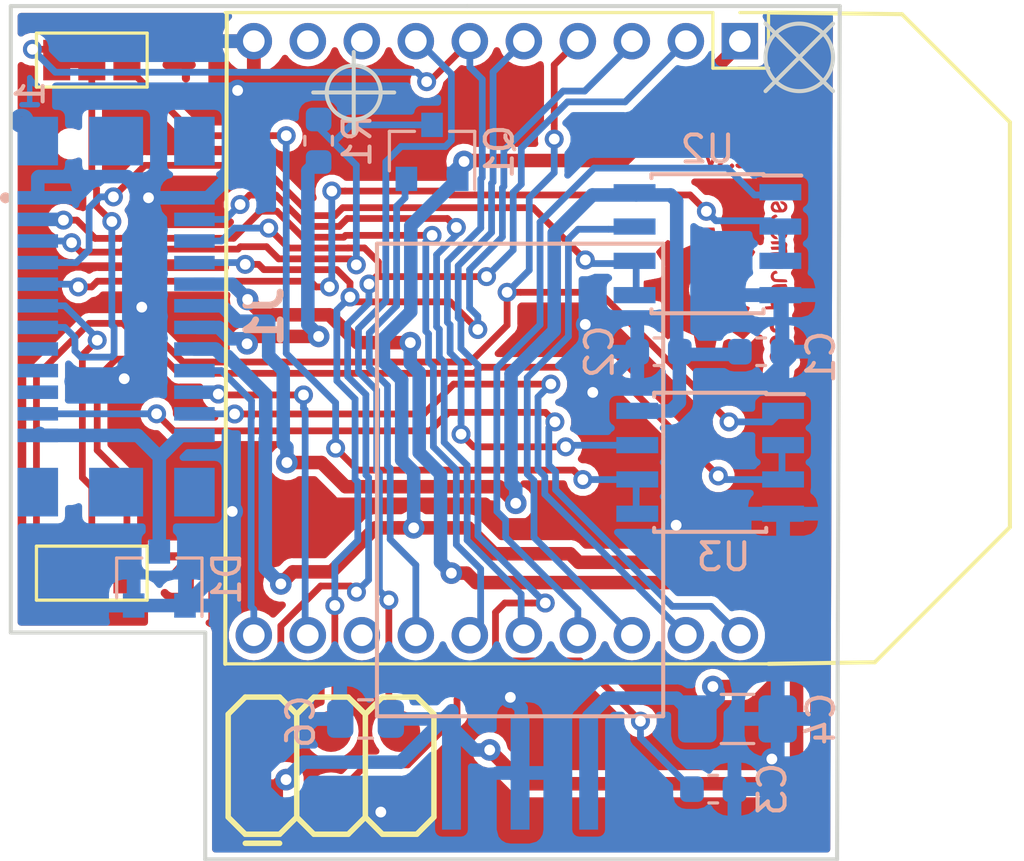
<source format=kicad_pcb>
(kicad_pcb (version 20190907) (host pcbnew "(5.99.0-375-g4460af5be-dirty)+6.0.0~dev1-1")
  (layers (0 "F.Cu" signal) (31 "B.Cu" signal) (34 "B.Paste" user) (35 "F.Paste" user) (36 "B.SilkS" user) (37 "F.SilkS" user) (38 "B.Mask" user) (39 "F.Mask" user) (44 "Edge.Cuts" user))
  (net 0 "")
  (net 1 "+24V")
  (net 2 "GND")
  (net 3 "+12V")
  (net 4 "+3V3")
  (net 5 "/T2")
  (net 6 "/T1")
  (net 7 "/EN")
  (net 8 "/SW2")
  (net 9 "/SW1")
  (net 10 "+5V")
  (net 11 "/SDAx")
  (net 12 "/SCLx")
  (net 13 "/Rx")
  (net 14 "/Boot0")
  (net 15 "/1w")
  (net 16 "/Tx")
  (net 17 "/Bus3")
  (net 18 "Net-(JP1-Pad1)")
  (net 19 "Net-(JP2-Pad3)")
  (net 20 "/Bus4")
  (net 21 "/Bus1")
  (net 22 "/Bus2")
  (net 23 "/Common bus interface/Bus1_12")
  (net 24 "/Common bus interface/Bus2_12")
  (net 25 "/Common bus interface/Bus3_12")
  (net 26 "/Common bus interface/Bus4_12")
  (net 27 "/Common bus interface/1wire_5")
  (net 28 "GNDPWR")
  (module "Package_TO_SOT_SMD:SOT-23" (layer "B.Cu") (at 35.5 61.2 90)
    (fp_text reference "D1" (at 0 2.5 90) (layer "B.SilkS") (effects (justify mirror)))
    (fp_text value "BAT54S")
    (pad "3" smd rect (at 1 0 90) (size 0.9 0.8) (layers "B.Cu" "B.Paste" "B.Mask") (net 28 "GNDPWR"))
    (pad "2" smd rect (at -1 -0.95 90) (size 0.9 0.8) (layers "B.Cu" "B.Paste" "B.Mask") (net 2 "GND"))
    (pad "1" smd rect (at -1 0.95 90) (size 0.9 0.8) (layers "B.Cu" "B.Paste" "B.Mask") (net 2 "GND"))
  )
  (module "localstuff:ESPBEE" (layer "F.Cu") (at 57 41.3 -90)
    (fp_text reference "U5" hide)
    (fp_text value "ESPBEE" hide)
    (pad "1" thru_hole rect (at 0 0 270) (size 1.35 1.35) (drill 0.8) (layers *.Cu *.Mask) (net 4 "+3V3"))
    (pad "20" thru_hole oval (at 22 0 270) (size 1.35 1.35) (drill 0.8) (layers *.Cu *.Mask) (net 6 "/T1"))
    (pad "2" thru_hole oval (at 0 2 270) (size 1.35 1.35) (drill 0.8) (layers *.Cu *.Mask) (net 16 "/Tx"))
    (pad "19" thru_hole oval (at 22 2 270) (size 1.35 1.35) (drill 0.8) (layers *.Cu *.Mask) (net 5 "/T2"))
    (pad "3" thru_hole oval (at 0 4 270) (size 1.35 1.35) (drill 0.8) (layers *.Cu *.Mask) (net 13 "/Rx"))
    (pad "18" thru_hole oval (at 22 4 270) (size 1.35 1.35) (drill 0.8) (layers *.Cu *.Mask) (net 21 "/Bus1"))
    (pad "4" thru_hole oval (at 0 6 270) (size 1.35 1.35) (drill 0.8) (layers *.Cu *.Mask) (net 17 "/Bus3"))
    (pad "17" thru_hole oval (at 22 6 270) (size 1.35 1.35) (drill 0.8) (layers *.Cu *.Mask) (net 22 "/Bus2"))
    (pad "5" thru_hole oval (at 0 8 270) (size 1.35 1.35) (drill 0.8) (layers *.Cu *.Mask) (net 7 "/EN"))
    (pad "16" thru_hole oval (at 22 8 270) (size 1.35 1.35) (drill 0.8) (layers *.Cu *.Mask) (net 8 "/SW2"))
    (pad "6" thru_hole oval (at 0 10 270) (size 1.35 1.35) (drill 0.8) (layers *.Cu *.Mask) (net 20 "/Bus4"))
    (pad "15" thru_hole oval (at 22 10 270) (size 1.35 1.35) (drill 0.8) (layers *.Cu *.Mask) (net 9 "/SW1"))
    (pad "7" thru_hole oval (at 0 12 270) (size 1.35 1.35) (drill 0.8) (layers *.Cu *.Mask) (net 14 "/Boot0"))
    (pad "14" thru_hole oval (at 22 12 270) (size 1.35 1.35) (drill 0.8) (layers *.Cu *.Mask) (net 15 "/1w"))
    (pad "8" thru_hole oval (at 0 14 270) (size 1.35 1.35) (drill 0.8) (layers *.Cu *.Mask))
    (pad "13" thru_hole oval (at 22 14 270) (size 1.35 1.35) (drill 0.8) (layers *.Cu *.Mask))
    (pad "9" thru_hole oval (at 0 16 270) (size 1.35 1.35) (drill 0.8) (layers *.Cu *.Mask))
    (pad "12" thru_hole oval (at 22 16 270) (size 1.35 1.35) (drill 0.8) (layers *.Cu *.Mask) (net 11 "/SDAx"))
    (pad "10" thru_hole oval (at 0 18 270) (size 1.35 1.35) (drill 0.8) (layers *.Cu *.Mask) (net 2 "GND"))
    (pad "11" thru_hole oval (at 22 18 270) (size 1.35 1.35) (drill 0.8) (layers *.Cu *.Mask) (net 12 "/SCLx"))
  )
  (module "Capacitor_SMD:C_0603_1608Metric" (layer "B.Cu") (at 56.0125 69)
    (fp_text reference "C3" (at 2.1875 0 -90) (layer "B.SilkS") (effects (justify mirror)))
    (fp_text value "CP" hide)
    (pad "2" smd roundrect (at 0.7875 0) (size 0.875 0.95) (layers "B.Cu" "B.Paste" "B.Mask") (net 2 "GND"))
    (pad "1" smd roundrect (at -0.7875 0) (size 0.875 0.95) (layers "B.Cu" "B.Paste" "B.Mask") (net 7 "/EN"))
  )
  (module "Package_SO:SOIC-8_3.9x4.9mm_P1.27mm" (layer "B.Cu") (at 55.9 56.895 180)
    (fp_text reference "U3" (at -0.5 -3.505) (layer "B.SilkS") (effects (justify mirror)))
    (fp_text value "P82B96")
    (pad "8" smd rect (at 2.7 1.905 180) (size 1.55 0.6) (layers "B.Cu" "B.Paste" "B.Mask") (net 3 "+12V"))
    (pad "7" smd rect (at 2.7 0.635 180) (size 1.55 0.6) (layers "B.Cu" "B.Paste" "B.Mask") (net 20 "/Bus4"))
    (pad "6" smd rect (at 2.7 -0.635 180) (size 1.55 0.6) (layers "B.Cu" "B.Paste" "B.Mask") (net 19 "Net-(JP2-Pad3)"))
    (pad "5" smd rect (at 2.7 -1.905 180) (size 1.55 0.6) (layers "B.Cu" "B.Paste" "B.Mask") (net 19 "Net-(JP2-Pad3)"))
    (pad "4" smd rect (at -2.7 -1.905 180) (size 1.55 0.6) (layers "B.Cu" "B.Paste" "B.Mask") (net 2 "GND"))
    (pad "3" smd rect (at -2.7 -0.635 180) (size 1.55 0.6) (layers "B.Cu" "B.Paste" "B.Mask") (net 18 "Net-(JP1-Pad1)"))
    (pad "2" smd rect (at -2.7 0.635 180) (size 1.55 0.6) (layers "B.Cu" "B.Paste" "B.Mask") (net 18 "Net-(JP1-Pad1)"))
    (pad "1" smd rect (at -2.7 1.905 180) (size 1.55 0.6) (layers "B.Cu" "B.Paste" "B.Mask") (net 17 "/Bus3"))
  )
  (module "Package_SO:SOIC-8_3.9x4.9mm_P1.27mm" (layer "B.Cu") (at 55.8 48.8 180)
    (fp_text reference "U2" (at 0 3.5) (layer "B.SilkS") (effects (justify mirror)))
    (fp_text value "P82B96")
    (pad "8" smd rect (at 2.7 1.905 180) (size 1.55 0.6) (layers "B.Cu" "B.Paste" "B.Mask") (net 3 "+12V"))
    (pad "7" smd rect (at 2.7 0.635 180) (size 1.55 0.6) (layers "B.Cu" "B.Paste" "B.Mask") (net 21 "/Bus1"))
    (pad "6" smd rect (at 2.7 -0.635 180) (size 1.55 0.6) (layers "B.Cu" "B.Paste" "B.Mask") (net 23 "/Common bus interface/Bus1_12"))
    (pad "5" smd rect (at 2.7 -1.905 180) (size 1.55 0.6) (layers "B.Cu" "B.Paste" "B.Mask") (net 23 "/Common bus interface/Bus1_12"))
    (pad "4" smd rect (at -2.7 -1.905 180) (size 1.55 0.6) (layers "B.Cu" "B.Paste" "B.Mask") (net 2 "GND"))
    (pad "3" smd rect (at -2.7 -0.635 180) (size 1.55 0.6) (layers "B.Cu" "B.Paste" "B.Mask") (net 24 "/Common bus interface/Bus2_12"))
    (pad "2" smd rect (at -2.7 0.635 180) (size 1.55 0.6) (layers "B.Cu" "B.Paste" "B.Mask") (net 24 "/Common bus interface/Bus2_12"))
    (pad "1" smd rect (at -2.7 1.905 180) (size 1.55 0.6) (layers "B.Cu" "B.Paste" "B.Mask") (net 22 "/Bus2"))
  )
  (module "Resistor_SMD:R_0603_1608Metric" (layer "B.Cu") (at 41.4 44.9875 90)
    (fp_text reference "R1" (at 0 1.43 90) (layer "B.SilkS") (effects (justify mirror)))
    (fp_text value "10k")
    (pad "2" smd roundrect (at 0.7875 0 90) (size 0.875 0.95) (layers "B.Cu" "B.Paste" "B.Mask") (net 27 "/Common bus interface/1wire_5"))
    (pad "1" smd roundrect (at -0.7875 0 90) (size 0.875 0.95) (layers "B.Cu" "B.Paste" "B.Mask") (net 10 "+5V"))
  )
  (module "Package_TO_SOT_SMD:SOT-23" (layer "B.Cu") (at 45.6 45.4 90)
    (fp_text reference "Q1" (at 0 2.5 90) (layer "B.SilkS") (effects (justify mirror)))
    (fp_text value "2N7002")
    (pad "3" smd rect (at 1 0 90) (size 0.9 0.8) (layers "B.Cu" "B.Paste" "B.Mask") (net 27 "/Common bus interface/1wire_5"))
    (pad "2" smd rect (at -1 -0.95 90) (size 0.9 0.8) (layers "B.Cu" "B.Paste" "B.Mask") (net 15 "/1w"))
    (pad "1" smd rect (at -1 0.95 90) (size 0.9 0.8) (layers "B.Cu" "B.Paste" "B.Mask") (net 4 "+3V3"))
  )
  (module "Jumper:SolderJumper-3_P1.3mm_Bridged12_Pad1.0x1.5mm_NumberLabels" (layer "F.Cu") (at 33 42)
    (fp_text reference "JP2" hide)
    (fp_text value "SolderJumper_3_Bridged12" hide)
    (pad "2" smd rect (at 0 0) (size 1 1.5) (layers "F.Cu" "F.Mask") (net 26 "/Common bus interface/Bus4_12"))
    (pad "3" smd rect (at 1.3 0) (size 1 1.5) (layers "F.Cu" "F.Mask") (net 19 "Net-(JP2-Pad3)"))
    (pad "1" smd custom (at -1.3 0) (size 1 1.5) (layers "F.Cu" "F.Mask") (net 20 "/Bus4") (options (clearance outline) (anchor rect)) (primitives (gr_poly (pts (xy 0.4 -0.3) (xy 0.9 -0.3) (xy 0.9 0.3) (xy 0.4 0.3)) (width 0))))
  )
  (module "Jumper:SolderJumper-3_P1.3mm_Bridged12_Pad1.0x1.5mm_NumberLabels" (layer "F.Cu") (at 33 61 180)
    (fp_text reference "JP1" hide)
    (fp_text value "SolderJumper_3_Bridged12" hide)
    (pad "2" smd rect (at 0 0 180) (size 1 1.5) (layers "F.Cu" "F.Mask") (net 25 "/Common bus interface/Bus3_12"))
    (pad "3" smd rect (at 1.3 0 180) (size 1 1.5) (layers "F.Cu" "F.Mask") (net 17 "/Bus3"))
    (pad "1" smd custom (at -1.3 0 180) (size 1 1.5) (layers "F.Cu" "F.Mask") (net 18 "Net-(JP1-Pad1)") (options (clearance outline) (anchor rect)) (primitives (gr_poly (pts (xy 0.4 -0.3) (xy 0.9 -0.3) (xy 0.9 0.3) (xy 0.4 0.3)) (width 0))))
  )
  (module "localstuff:TE_1775013_plug" (layer "B.Cu") (at 33.9 51.5 90)
    (fp_text reference "J1" (at 0 5.5 -90) (layer "B.SilkS") (effects (font (size 1.27 1.27) (thickness 0.254)) (justify mirror)))
    (fp_text value "Moat_Bus_device" hide)
    (fp_text user "1" (at 8.255 -3.175 -90) (layer "B.SilkS") (effects (justify mirror)))
    (fp_circle (center 7.25 -3.5) (end 7.55 -3.5) (layer "B.Cu") (width 0.3))
    (pad "1" smd rect (at 4.4 -2.9 90) (size 0.5 1.5) (layers "B.Cu" "B.Paste") (net 2 "GND"))
    (pad "2" smd rect (at 4.4 2.9 90) (size 0.5 1.5) (layers "B.Cu" "B.Paste") (net 2 "GND"))
    (pad "3" smd rect (at 3.6 -2.9 90) (size 0.5 1.5) (layers "B.Cu" "B.Paste") (net 9 "/SW1"))
    (pad "4" smd rect (at 3.6 2.9 90) (size 0.5 1.5) (layers "B.Cu" "B.Paste") (net 8 "/SW2"))
    (pad "5" smd rect (at 2.8 -2.9 90) (size 0.5 1.5) (layers "B.Cu" "B.Paste") (net 27 "/Common bus interface/1wire_5"))
    (pad "6" smd rect (at 2.8 2.9 90) (size 0.5 1.5) (layers "B.Cu" "B.Paste") (net 16 "/Tx"))
    (pad "7" smd rect (at 2 -2.9 90) (size 0.5 1.5) (layers "B.Cu" "B.Paste") (net 23 "/Common bus interface/Bus1_12"))
    (pad "8" smd rect (at 2 2.9 90) (size 0.5 1.5) (layers "B.Cu" "B.Paste") (net 13 "/Rx"))
    (pad "9" smd rect (at 1.2 -2.9 90) (size 0.5 1.5) (layers "B.Cu" "B.Paste") (net 24 "/Common bus interface/Bus2_12"))
    (pad "10" smd rect (at 1.2 2.9 90) (size 0.5 1.5) (layers "B.Cu" "B.Paste") (net 1 "+24V"))
    (pad "11" smd rect (at 0.4 -2.9 90) (size 0.5 1.5) (layers "B.Cu" "B.Paste") (net 25 "/Common bus interface/Bus3_12"))
    (pad "12" smd rect (at 0.4 2.9 90) (size 0.5 1.5) (layers "B.Cu" "B.Paste") (net 3 "+12V"))
    (pad "13" smd rect (at -0.4 -2.9 90) (size 0.5 1.5) (layers "B.Cu" "B.Paste") (net 26 "/Common bus interface/Bus4_12"))
    (pad "14" smd rect (at -0.4 2.9 90) (size 0.5 1.5) (layers "B.Cu" "B.Paste") (net 10 "+5V"))
    (pad "15" smd rect (at -1.2 -2.9 90) (size 0.5 1.5) (layers "B.Cu" "B.Paste"))
    (pad "16" smd rect (at -1.2 2.9 90) (size 0.5 1.5) (layers "B.Cu" "B.Paste") (net 4 "+3V3"))
    (pad "17" smd rect (at -2 -2.9 90) (size 0.5 1.5) (layers "B.Cu" "B.Paste"))
    (pad "18" smd rect (at -2 2.9 90) (size 0.5 1.5) (layers "B.Cu" "B.Paste") (net 12 "/SCLx"))
    (pad "19" smd rect (at -2.8 -2.9 90) (size 0.5 1.5) (layers "B.Cu" "B.Paste"))
    (pad "20" smd rect (at -2.8 2.9 90) (size 0.5 1.5) (layers "B.Cu" "B.Paste") (net 11 "/SDAx"))
    (pad "21" smd rect (at -3.6 -2.9 90) (size 0.5 1.5) (layers "B.Cu" "B.Paste") (net 6 "/T1"))
    (pad "22" smd rect (at -3.6 2.9 90) (size 0.5 1.5) (layers "B.Cu" "B.Paste") (net 5 "/T2"))
    (pad "23" smd rect (at -4.4 -2.9 90) (size 0.5 1.5) (layers "B.Cu" "B.Paste") (net 28 "GNDPWR"))
    (pad "24" smd rect (at -4.4 2.9 90) (size 0.5 1.5) (layers "B.Cu" "B.Paste") (net 28 "GNDPWR"))
    (pad "MNT" smd rect (at 6.5 -2.9 180) (size 1.5 1.8) (layers "B.Cu" "B.Paste"))
    (pad "MNT" smd rect (at 6.5 2.9 180) (size 1.5 1.8) (layers "B.Cu" "B.Paste"))
    (pad "MNT" smd rect (at -6.5 -2.9 180) (size 1.5 1.8) (layers "B.Cu" "B.Paste"))
    (pad "MNT" smd rect (at -6.5 2.9 180) (size 1.5 1.8) (layers "B.Cu" "B.Paste"))
    (pad "MNT" smd rect (at 6.5 0 90) (size 1.8 2) (layers "B.Cu" "B.Paste"))
    (pad "MNT" smd rect (at -6.5 0 90) (size 1.8 2) (layers "B.Cu" "B.Paste"))
    (pad "" np_thru_hole circle (at 6.4 -1.7 90) (size 0.65 0.65) (drill 0.65) (layers *.Cu *.Mask))
    (pad "" np_thru_hole circle (at -6.4 -1.7 90) (size 0.65 0.65) (drill 0.65) (layers *.Cu *.Mask))
  )
  (module "Capacitor_SMD:C_0603_1608Metric" (layer "B.Cu") (at 53.9875 52.8 180)
    (fp_text reference "C2" (at 2.1875 0 90) (layer "B.SilkS") (effects (justify mirror)))
    (fp_text value "100n")
    (pad "2" smd roundrect (at 0.7875 0 180) (size 0.875 0.95) (layers "B.Cu" "B.Paste" "B.Mask") (net 2 "GND"))
    (pad "1" smd roundrect (at -0.7875 0 180) (size 0.875 0.95) (layers "B.Cu" "B.Paste" "B.Mask") (net 3 "+12V"))
  )
  (module "Capacitor_SMD:C_0603_1608Metric" (layer "B.Cu") (at 57.7875 52.8)
    (fp_text reference "C1" (at 2.2125 0.2 90) (layer "B.SilkS") (effects (justify mirror)))
    (fp_text value "100n")
    (pad "2" smd roundrect (at 0.7875 0) (size 0.875 0.95) (layers "B.Cu" "B.Paste" "B.Mask") (net 2 "GND"))
    (pad "1" smd roundrect (at -0.7875 0) (size 0.875 0.95) (layers "B.Cu" "B.Paste" "B.Mask") (net 3 "+12V"))
  )
  (module "Symbol:OSHW-Logo2_7.3x6mm_Copper" (layer "F.Cu") (at 56.2 50.5 90)
    (fp_text reference "REF**" hide)
    (fp_text value "OSHW-Logo2_7.3x6mm_Copper" hide)
    (fp_poly (pts (xy -2.400256 1.919918) (xy -2.344799 1.947568) (xy -2.295852 1.99848) (xy -2.282371 2.017338) (xy -2.267686 2.042015) (xy -2.258158 2.068816) (xy -2.252707 2.104587) (xy -2.250253 2.156169) (xy -2.249714 2.224267) (xy -2.252148 2.317588) (xy -2.260606 2.387657) (xy -2.276826 2.439931) (xy -2.302546 2.479869) (xy -2.339503 2.512929) (xy -2.342218 2.514886) (xy -2.37864 2.534908) (xy -2.422498 2.544815) (xy -2.478276 2.547257) (xy -2.568952 2.547257) (xy -2.56899 2.635283) (xy -2.569834 2.684308) (xy -2.574976 2.713065) (xy -2.588413 2.730311) (xy -2.614142 2.744808) (xy -2.620321 2.747769) (xy -2.649236 2.761648) (xy -2.671624 2.770414) (xy -2.688271 2.771171) (xy -2.699964 2.761023) (xy -2.70749 2.737073) (xy -2.711634 2.696426) (xy -2.713185 2.636186) (xy -2.712929 2.553455) (xy -2.711651 2.445339) (xy -2.711252 2.413) (xy -2.709815 2.301524) (xy -2.708528 2.228603) (xy -2.569029 2.228603) (xy -2.568245 2.290499) (xy -2.56476 2.330997) (xy -2.556876 2.357708) (xy -2.542895 2.378244) (xy -2.533403 2.38826) (xy -2.494596 2.417567) (xy -2.460237 2.419952) (xy -2.424784 2.39575) (xy -2.423886 2.394857) (xy -2.409461 2.376153) (xy -2.400687 2.350732) (xy -2.396261 2.311584) (xy -2.394882 2.251697) (xy -2.394857 2.23843) (xy -2.398188 2.155901) (xy -2.409031 2.098691) (xy -2.42866 2.063766) (xy -2.45835 2.048094) (xy -2.475509 2.046514) (xy -2.516234 2.053926) (xy -2.544168 2.07833) (xy -2.560983 2.12298) (xy -2.56835 2.19113) (xy -2.569029 2.228603) (xy -2.708528 2.228603) (xy -2.708292 2.215245) (xy -2.706323 2.150333) (xy -2.70355 2.102958) (xy -2.699612 2.06929) (xy -2.694151 2.045498) (xy -2.686808 2.027753) (xy -2.677223 2.012224) (xy -2.673113 2.006381) (xy -2.618595 1.951185) (xy -2.549664 1.91989) (xy -2.469928 1.911165) (xy -2.400256 1.919918)) (layer "F.Cu") (width 0.01))
    (fp_poly (pts (xy -1.283907 1.92778) (xy -1.237328 1.954723) (xy -1.204943 1.981466) (xy -1.181258 2.009484) (xy -1.164941 2.043748) (xy -1.154661 2.089227) (xy -1.149086 2.150892) (xy -1.146884 2.233711) (xy -1.146629 2.293246) (xy -1.146629 2.512391) (xy -1.208314 2.540044) (xy -1.27 2.567697) (xy -1.277257 2.32767) (xy -1.280256 2.238028) (xy -1.283402 2.172962) (xy -1.287299 2.128026) (xy -1.292553 2.09877) (xy -1.299769 2.080748) (xy -1.30955 2.069511) (xy -1.312688 2.067079) (xy -1.360239 2.048083) (xy -1.408303 2.0556) (xy -1.436914 2.075543) (xy -1.448553 2.089675) (xy -1.456609 2.10822) (xy -1.461729 2.136334) (xy -1.464559 2.179173) (xy -1.465744 2.241895) (xy -1.465943 2.307261) (xy -1.465982 2.389268) (xy -1.467386 2.447316) (xy -1.472086 2.486465) (xy -1.482013 2.51178) (xy -1.499097 2.528323) (xy -1.525268 2.541156) (xy -1.560225 2.554491) (xy -1.598404 2.569007) (xy -1.593859 2.311389) (xy -1.592029 2.218519) (xy -1.589888 2.149889) (xy -1.586819 2.100711) (xy -1.582206 2.066198) (xy -1.575432 2.041562) (xy -1.565881 2.022016) (xy -1.554366 2.00477) (xy -1.49881 1.94968) (xy -1.43102 1.917822) (xy -1.357287 1.910191) (xy -1.283907 1.92778)) (layer "F.Cu") (width 0.01))
    (fp_poly (pts (xy -2.958885 1.921962) (xy -2.890855 1.957733) (xy -2.840649 2.015301) (xy -2.822815 2.052312) (xy -2.808937 2.107882) (xy -2.801833 2.178096) (xy -2.80116 2.254727) (xy -2.806573 2.329552) (xy -2.81773 2.394342) (xy -2.834286 2.440873) (xy -2.839374 2.448887) (xy -2.899645 2.508707) (xy -2.971231 2.544535) (xy -3.048908 2.55502) (xy -3.127452 2.53881) (xy -3.149311 2.529092) (xy -3.191878 2.499143) (xy -3.229237 2.459433) (xy -3.232768 2.454397) (xy -3.247119 2.430124) (xy -3.256606 2.404178) (xy -3.26221 2.370022) (xy -3.264914 2.321119) (xy -3.265701 2.250935) (xy -3.265714 2.2352) (xy -3.265678 2.230192) (xy -3.120571 2.230192) (xy -3.119727 2.29643) (xy -3.116404 2.340386) (xy -3.109417 2.368779) (xy -3.097584 2.388325) (xy -3.091543 2.394857) (xy -3.056814 2.41968) (xy -3.023097 2.418548) (xy -2.989005 2.397016) (xy -2.968671 2.374029) (xy -2.956629 2.340478) (xy -2.949866 2.287569) (xy -2.949402 2.281399) (xy -2.948248 2.185513) (xy -2.960312 2.114299) (xy -2.98543 2.068194) (xy -3.02344 2.047635) (xy -3.037008 2.046514) (xy -3.072636 2.052152) (xy -3.097006 2.071686) (xy -3.111907 2.109042) (xy -3.119125 2.16815) (xy -3.120571 2.230192) (xy -3.265678 2.230192) (xy -3.265174 2.160413) (xy -3.262904 2.108159) (xy -3.257932 2.071949) (xy -3.249287 2.045299) (xy -3.235995 2.021722) (xy -3.233057 2.017338) (xy -3.183687 1.958249) (xy -3.129891 1.923947) (xy -3.064398 1.910331) (xy -3.042158 1.909665) (xy -2.958885 1.921962)) (layer "F.Cu") (width 0.01))
    (fp_poly (pts (xy -1.831697 1.931239) (xy -1.774473 1.969735) (xy -1.730251 2.025335) (xy -1.703833 2.096086) (xy -1.69849 2.148162) (xy -1.699097 2.169893) (xy -1.704178 2.186531) (xy -1.718145 2.201437) (xy -1.745411 2.217973) (xy -1.790388 2.239498) (xy -1.857489 2.269374) (xy -1.857829 2.269524) (xy -1.919593 2.297813) (xy -1.970241 2.322933) (xy -2.004596 2.342179) (xy -2.017482 2.352848) (xy -2.017486 2.352934) (xy -2.006128 2.376166) (xy -1.979569 2.401774) (xy -1.949077 2.420221) (xy -1.93363 2.423886) (xy -1.891485 2.411212) (xy -1.855192 2.379471) (xy -1.837483 2.344572) (xy -1.820448 2.318845) (xy -1.787078 2.289546) (xy -1.747851 2.264235) (xy -1.713244 2.250471) (xy -1.706007 2.249714) (xy -1.697861 2.26216) (xy -1.69737 2.293972) (xy -1.703357 2.336866) (xy -1.714643 2.382558) (xy -1.73005 2.422761) (xy -1.730829 2.424322) (xy -1.777196 2.489062) (xy -1.837289 2.533097) (xy -1.905535 2.554711) (xy -1.976362 2.552185) (xy -2.044196 2.523804) (xy -2.047212 2.521808) (xy -2.100573 2.473448) (xy -2.13566 2.410352) (xy -2.155078 2.327387) (xy -2.157684 2.304078) (xy -2.162299 2.194055) (xy -2.156767 2.142748) (xy -2.017486 2.142748) (xy -2.015676 2.174753) (xy -2.005778 2.184093) (xy -1.981102 2.177105) (xy -1.942205 2.160587) (xy -1.898725 2.139881) (xy -1.897644 2.139333) (xy -1.860791 2.119949) (xy -1.846 2.107013) (xy -1.849647 2.093451) (xy -1.865005 2.075632) (xy -1.904077 2.049845) (xy -1.946154 2.04795) (xy -1.983897 2.066717) (xy -2.009966 2.102915) (xy -2.017486 2.142748) (xy -2.156767 2.142748) (xy -2.152806 2.106027) (xy -2.12845 2.036212) (xy -2.094544 1.987302) (xy -2.033347 1.937878) (xy -1.965937 1.913359) (xy -1.89712 1.911797) (xy -1.831697 1.931239)) (layer "F.Cu") (width 0.01))
    (fp_poly (pts (xy -0.624114 1.851289) (xy -0.619861 1.910613) (xy -0.614975 1.945572) (xy -0.608205 1.96082) (xy -0.598298 1.961015) (xy -0.595086 1.959195) (xy -0.552356 1.946015) (xy -0.496773 1.946785) (xy -0.440263 1.960333) (xy -0.404918 1.977861) (xy -0.368679 2.005861) (xy -0.342187 2.037549) (xy -0.324001 2.077813) (xy -0.312678 2.131543) (xy -0.306778 2.203626) (xy -0.304857 2.298951) (xy -0.304823 2.317237) (xy -0.3048 2.522646) (xy -0.350509 2.53858) (xy -0.382973 2.54942) (xy -0.400785 2.554468) (xy -0.401309 2.554514) (xy -0.403063 2.540828) (xy -0.404556 2.503076) (xy -0.405674 2.446224) (xy -0.406303 2.375234) (xy -0.4064 2.332073) (xy -0.406602 2.246973) (xy -0.407642 2.185981) (xy -0.410169 2.144177) (xy -0.414836 2.116642) (xy -0.422293 2.098456) (xy -0.433189 2.084698) (xy -0.439993 2.078073) (xy -0.486728 2.051375) (xy -0.537728 2.049375) (xy -0.583999 2.071955) (xy -0.592556 2.080107) (xy -0.605107 2.095436) (xy -0.613812 2.113618) (xy -0.619369 2.139909) (xy -0.622474 2.179562) (xy -0.623824 2.237832) (xy -0.624114 2.318173) (xy -0.624114 2.522646) (xy -0.669823 2.53858) (xy -0.702287 2.54942) (xy -0.720099 2.554468) (xy -0.720623 2.554514) (xy -0.721963 2.540623) (xy -0.723172 2.501439) (xy -0.724199 2.4407) (xy -0.724998 2.362141) (xy -0.725519 2.269498) (xy -0.725714 2.166509) (xy -0.725714 1.769342) (xy -0.678543 1.749444) (xy -0.631371 1.729547) (xy -0.624114 1.851289)) (layer "F.Cu") (width 0.01))
    (fp_poly (pts (xy 0.039744 1.950968) (xy 0.096616 1.972087) (xy 0.097267 1.972493) (xy 0.13244 1.99838) (xy 0.158407 2.028633) (xy 0.17667 2.068058) (xy 0.188732 2.121462) (xy 0.196096 2.193651) (xy 0.200264 2.289432) (xy 0.200629 2.303078) (xy 0.205876 2.508842) (xy 0.161716 2.531678) (xy 0.129763 2.54711) (xy 0.11047 2.554423) (xy 0.109578 2.554514) (xy 0.106239 2.541022) (xy 0.103587 2.504626) (xy 0.101956 2.451452) (xy 0.1016 2.408393) (xy 0.101592 2.338641) (xy 0.098403 2.294837) (xy 0.087288 2.273944) (xy 0.063501 2.272925) (xy 0.022296 2.288741) (xy -0.039914 2.317815) (xy -0.085659 2.341963) (xy -0.109187 2.362913) (xy -0.116104 2.385747) (xy -0.116114 2.386877) (xy -0.104701 2.426212) (xy -0.070908 2.447462) (xy -0.019191 2.450539) (xy 0.018061 2.450006) (xy 0.037703 2.460735) (xy 0.049952 2.486505) (xy 0.057002 2.519337) (xy 0.046842 2.537966) (xy 0.043017 2.540632) (xy 0.007001 2.55134) (xy -0.043434 2.552856) (xy -0.095374 2.545759) (xy -0.132178 2.532788) (xy -0.183062 2.489585) (xy -0.211986 2.429446) (xy -0.217714 2.382462) (xy -0.213343 2.340082) (xy -0.197525 2.305488) (xy -0.166203 2.274763) (xy -0.115322 2.24399) (xy -0.040824 2.209252) (xy -0.036286 2.207288) (xy 0.030821 2.176287) (xy 0.072232 2.150862) (xy 0.089981 2.128014) (xy 0.086107 2.104745) (xy 0.062643 2.078056) (xy 0.055627 2.071914) (xy 0.00863 2.0481) (xy -0.040067 2.049103) (xy -0.082478 2.072451) (xy -0.110616 2.115675) (xy -0.113231 2.12416) (xy -0.138692 2.165308) (xy -0.170999 2.185128) (xy -0.217714 2.20477) (xy -0.217714 2.15395) (xy -0.203504 2.080082) (xy -0.161325 2.012327) (xy -0.139376 1.989661) (xy -0.089483 1.960569) (xy -0.026033 1.9474) (xy 0.039744 1.950968)) (layer "F.Cu") (width 0.01))
    (fp_poly (pts (xy 0.529926 1.949755) (xy 0.595858 1.974084) (xy 0.649273 2.017117) (xy 0.670164 2.047409) (xy 0.692939 2.102994) (xy 0.692466 2.143186) (xy 0.668562 2.170217) (xy 0.659717 2.174813) (xy 0.62153 2.189144) (xy 0.602028 2.185472) (xy 0.595422 2.161407) (xy 0.595086 2.148114) (xy 0.582992 2.09921) (xy 0.551471 2.064999) (xy 0.507659 2.048476) (xy 0.458695 2.052634) (xy 0.418894 2.074227) (xy 0.40545 2.086544) (xy 0.395921 2.101487) (xy 0.389485 2.124075) (xy 0.385317 2.159328) (xy 0.382597 2.212266) (xy 0.380502 2.287907) (xy 0.37996 2.311857) (xy 0.377981 2.39379) (xy 0.375731 2.451455) (xy 0.372357 2.489608) (xy 0.367006 2.513004) (xy 0.358824 2.526398) (xy 0.346959 2.534545) (xy 0.339362 2.538144) (xy 0.307102 2.550452) (xy 0.288111 2.554514) (xy 0.281836 2.540948) (xy 0.278006 2.499934) (xy 0.2766 2.430999) (xy 0.277598 2.333669) (xy 0.277908 2.318657) (xy 0.280101 2.229859) (xy 0.282693 2.165019) (xy 0.286382 2.119067) (xy 0.291864 2.086935) (xy 0.299835 2.063553) (xy 0.310993 2.043852) (xy 0.31683 2.03541) (xy 0.350296 1.998057) (xy 0.387727 1.969003) (xy 0.392309 1.966467) (xy 0.459426 1.946443) (xy 0.529926 1.949755)) (layer "F.Cu") (width 0.01))
    (fp_poly (pts (xy 1.190117 2.065358) (xy 1.189933 2.173837) (xy 1.189219 2.257287) (xy 1.187675 2.319704) (xy 1.185001 2.365085) (xy 1.180894 2.397429) (xy 1.175055 2.420733) (xy 1.167182 2.438995) (xy 1.161221 2.449418) (xy 1.111855 2.505945) (xy 1.049264 2.541377) (xy 0.980013 2.55409) (xy 0.910668 2.542463) (xy 0.869375 2.521568) (xy 0.826025 2.485422) (xy 0.796481 2.441276) (xy 0.778655 2.383462) (xy 0.770463 2.306313) (xy 0.769302 2.249714) (xy 0.769458 2.245647) (xy 0.870857 2.245647) (xy 0.871476 2.31055) (xy 0.874314 2.353514) (xy 0.88084 2.381622) (xy 0.892523 2.401953) (xy 0.906483 2.417288) (xy 0.953365 2.44689) (xy 1.003701 2.449419) (xy 1.051276 2.424705) (xy 1.054979 2.421356) (xy 1.070783 2.403935) (xy 1.080693 2.383209) (xy 1.086058 2.352362) (xy 1.088228 2.304577) (xy 1.088571 2.251748) (xy 1.087827 2.185381) (xy 1.084748 2.141106) (xy 1.078061 2.112009) (xy 1.066496 2.091173) (xy 1.057013 2.080107) (xy 1.01296 2.052198) (xy 0.962224 2.048843) (xy 0.913796 2.070159) (xy 0.90445 2.078073) (xy 0.88854 2.095647) (xy 0.87861 2.116587) (xy 0.873278 2.147782) (xy 0.871163 2.196122) (xy 0.870857 2.245647) (xy 0.769458 2.245647) (xy 0.77281 2.158568) (xy 0.784726 2.090086) (xy 0.807135 2.0386) (xy 0.842124 1.998443) (xy 0.869375 1.977861) (xy 0.918907 1.955625) (xy 0.976316 1.945304) (xy 1.029682 1.948067) (xy 1.059543 1.959212) (xy 1.071261 1.962383) (xy 1.079037 1.950557) (xy 1.084465 1.918866) (xy 1.088571 1.870593) (xy 1.093067 1.816829) (xy 1.099313 1.784482) (xy 1.110676 1.765985) (xy 1.130528 1.75377) (xy 1.143 1.748362) (xy 1.190171 1.728601) (xy 1.190117 2.065358)) (layer "F.Cu") (width 0.01))
    (fp_poly (pts (xy 1.779833 1.958663) (xy 1.782048 1.99685) (xy 1.783784 2.054886) (xy 1.784899 2.12818) (xy 1.785257 2.205055) (xy 1.785257 2.465196) (xy 1.739326 2.511127) (xy 1.707675 2.539429) (xy 1.67989 2.550893) (xy 1.641915 2.550168) (xy 1.62684 2.548321) (xy 1.579726 2.542948) (xy 1.540756 2.539869) (xy 1.531257 2.539585) (xy 1.499233 2.541445) (xy 1.453432 2.546114) (xy 1.435674 2.548321) (xy 1.392057 2.551735) (xy 1.362745 2.54432) (xy 1.33368 2.521427) (xy 1.323188 2.511127) (xy 1.277257 2.465196) (xy 1.277257 1.978602) (xy 1.314226 1.961758) (xy 1.346059 1.949282) (xy 1.364683 1.944914) (xy 1.369458 1.958718) (xy 1.373921 1.997286) (xy 1.377775 2.056356) (xy 1.380722 2.131663) (xy 1.382143 2.195286) (xy 1.386114 2.445657) (xy 1.420759 2.450556) (xy 1.452268 2.447131) (xy 1.467708 2.436041) (xy 1.472023 2.415308) (xy 1.475708 2.371145) (xy 1.478469 2.309146) (xy 1.480012 2.234909) (xy 1.480235 2.196706) (xy 1.480457 1.976783) (xy 1.526166 1.960849) (xy 1.558518 1.950015) (xy 1.576115 1.944962) (xy 1.576623 1.944914) (xy 1.578388 1.958648) (xy 1.580329 1.99673) (xy 1.582282 2.054482) (xy 1.584084 2.127227) (xy 1.585343 2.195286) (xy 1.589314 2.445657) (xy 1.6764 2.445657) (xy 1.680396 2.21724) (xy 1.684392 1.988822) (xy 1.726847 1.966868) (xy 1.758192 1.951793) (xy 1.776744 1.944951) (xy 1.777279 1.944914) (xy 1.779833 1.958663)) (layer "F.Cu") (width 0.01))
    (fp_poly (pts (xy 2.144876 1.956335) (xy 2.186667 1.975344) (xy 2.219469 1.998378) (xy 2.243503 2.024133) (xy 2.260097 2.057358) (xy 2.270577 2.1028) (xy 2.276271 2.165207) (xy 2.278507 2.249327) (xy 2.278743 2.304721) (xy 2.278743 2.520826) (xy 2.241774 2.53767) (xy 2.212656 2.549981) (xy 2.198231 2.554514) (xy 2.195472 2.541025) (xy 2.193282 2.504653) (xy 2.191942 2.451542) (xy 2.191657 2.409372) (xy 2.190434 2.348447) (xy 2.187136 2.300115) (xy 2.182321 2.270518) (xy 2.178496 2.264229) (xy 2.152783 2.270652) (xy 2.112418 2.287125) (xy 2.065679 2.309458) (xy 2.020845 2.333457) (xy 1.986193 2.35493) (xy 1.970002 2.369685) (xy 1.969938 2.369845) (xy 1.97133 2.397152) (xy 1.983818 2.423219) (xy 2.005743 2.444392) (xy 2.037743 2.451474) (xy 2.065092 2.450649) (xy 2.103826 2.450042) (xy 2.124158 2.459116) (xy 2.136369 2.483092) (xy 2.137909 2.487613) (xy 2.143203 2.521806) (xy 2.129047 2.542568) (xy 2.092148 2.552462) (xy 2.052289 2.554292) (xy 1.980562 2.540727) (xy 1.943432 2.521355) (xy 1.897576 2.475845) (xy 1.873256 2.419983) (xy 1.871073 2.360957) (xy 1.891629 2.305953) (xy 1.922549 2.271486) (xy 1.95342 2.252189) (xy 2.001942 2.227759) (xy 2.058485 2.202985) (xy 2.06791 2.199199) (xy 2.130019 2.171791) (xy 2.165822 2.147634) (xy 2.177337 2.123619) (xy 2.16658 2.096635) (xy 2.148114 2.075543) (xy 2.104469 2.049572) (xy 2.056446 2.047624) (xy 2.012406 2.067637) (xy 1.980709 2.107551) (xy 1.976549 2.117848) (xy 1.952327 2.155724) (xy 1.916965 2.183842) (xy 1.872343 2.206917) (xy 1.872343 2.141485) (xy 1.874969 2.101506) (xy 1.88623 2.069997) (xy 1.911199 2.036378) (xy 1.935169 2.010484) (xy 1.972441 1.973817) (xy 2.001401 1.954121) (xy 2.032505 1.94622) (xy 2.067713 1.944914) (xy 2.144876 1.956335)) (layer "F.Cu") (width 0.01))
    (fp_poly (pts (xy 2.6526 1.958752) (xy 2.669948 1.966334) (xy 2.711356 1.999128) (xy 2.746765 2.046547) (xy 2.768664 2.097151) (xy 2.772229 2.122098) (xy 2.760279 2.156927) (xy 2.734067 2.175357) (xy 2.705964 2.186516) (xy 2.693095 2.188572) (xy 2.686829 2.173649) (xy 2.674456 2.141175) (xy 2.669028 2.126502) (xy 2.63859 2.075744) (xy 2.59452 2.050427) (xy 2.53801 2.051206) (xy 2.533825 2.052203) (xy 2.503655 2.066507) (xy 2.481476 2.094393) (xy 2.466327 2.139287) (xy 2.45725 2.204615) (xy 2.453286 2.293804) (xy 2.452914 2.341261) (xy 2.45273 2.416071) (xy 2.451522 2.467069) (xy 2.448309 2.499471) (xy 2.442109 2.518495) (xy 2.43194 2.529356) (xy 2.416819 2.537272) (xy 2.415946 2.53767) (xy 2.386828 2.549981) (xy 2.372403 2.554514) (xy 2.370186 2.540809) (xy 2.368289 2.502925) (xy 2.366847 2.445715) (xy 2.365998 2.374027) (xy 2.365829 2.321565) (xy 2.366692 2.220047) (xy 2.37007 2.143032) (xy 2.377142 2.086023) (xy 2.389088 2.044526) (xy 2.40709 2.014043) (xy 2.432327 1.99008) (xy 2.457247 1.973355) (xy 2.517171 1.951097) (xy 2.586911 1.946076) (xy 2.6526 1.958752)) (layer "F.Cu") (width 0.01))
    (fp_poly (pts (xy 3.153595 1.966966) (xy 3.211021 2.004497) (xy 3.238719 2.038096) (xy 3.260662 2.099064) (xy 3.262405 2.147308) (xy 3.258457 2.211816) (xy 3.109686 2.276934) (xy 3.037349 2.310202) (xy 2.990084 2.336964) (xy 2.965507 2.360144) (xy 2.961237 2.382667) (xy 2.974889 2.407455) (xy 2.989943 2.423886) (xy 3.033746 2.450235) (xy 3.081389 2.452081) (xy 3.125145 2.431546) (xy 3.157289 2.390752) (xy 3.163038 2.376347) (xy 3.190576 2.331356) (xy 3.222258 2.312182) (xy 3.265714 2.295779) (xy 3.265714 2.357966) (xy 3.261872 2.400283) (xy 3.246823 2.435969) (xy 3.21528 2.476943) (xy 3.210592 2.482267) (xy 3.175506 2.51872) (xy 3.145347 2.538283) (xy 3.107615 2.547283) (xy 3.076335 2.55023) (xy 3.020385 2.550965) (xy 2.980555 2.54166) (xy 2.955708 2.527846) (xy 2.916656 2.497467) (xy 2.889625 2.464613) (xy 2.872517 2.423294) (xy 2.863238 2.367521) (xy 2.859693 2.291305) (xy 2.85941 2.252622) (xy 2.860372 2.206247) (xy 2.948007 2.206247) (xy 2.949023 2.231126) (xy 2.951556 2.2352) (xy 2.968274 2.229665) (xy 3.004249 2.215017) (xy 3.052331 2.19419) (xy 3.062386 2.189714) (xy 3.123152 2.158814) (xy 3.156632 2.131657) (xy 3.16399 2.10622) (xy 3.146391 2.080481) (xy 3.131856 2.069109) (xy 3.07941 2.046364) (xy 3.030322 2.050122) (xy 2.989227 2.077884) (xy 2.960758 2.127152) (xy 2.951631 2.166257) (xy 2.948007 2.206247) (xy 2.860372 2.206247) (xy 2.861285 2.162249) (xy 2.868196 2.095384) (xy 2.881884 2.046695) (xy 2.904096 2.010849) (xy 2.936574 1.982513) (xy 2.950733 1.973355) (xy 3.015053 1.949507) (xy 3.085473 1.948006) (xy 3.153595 1.966966)) (layer "F.Cu") (width 0.01))
    (fp_poly (pts (xy 0.10391 -2.757652) (xy 0.182454 -2.757222) (xy 0.239298 -2.756058) (xy 0.278105 -2.753793) (xy 0.302538 -2.75006) (xy 0.316262 -2.744494) (xy 0.32294 -2.736727) (xy 0.326236 -2.726395) (xy 0.326556 -2.725057) (xy 0.331562 -2.700921) (xy 0.340829 -2.653299) (xy 0.353392 -2.587259) (xy 0.368287 -2.507872) (xy 0.384551 -2.420204) (xy 0.385119 -2.417125) (xy 0.40141 -2.331211) (xy 0.416652 -2.255304) (xy 0.429861 -2.193955) (xy 0.440054 -2.151718) (xy 0.446248 -2.133145) (xy 0.446543 -2.132816) (xy 0.464788 -2.123747) (xy 0.502405 -2.108633) (xy 0.551271 -2.090738) (xy 0.551543 -2.090642) (xy 0.613093 -2.067507) (xy 0.685657 -2.038035) (xy 0.754057 -2.008403) (xy 0.757294 -2.006938) (xy 0.868702 -1.956374) (xy 1.115399 -2.12484) (xy 1.191077 -2.176197) (xy 1.259631 -2.222111) (xy 1.317088 -2.25997) (xy 1.359476 -2.287163) (xy 1.382825 -2.301079) (xy 1.385042 -2.302111) (xy 1.40201 -2.297516) (xy 1.433701 -2.275345) (xy 1.481352 -2.234553) (xy 1.546198 -2.174095) (xy 1.612397 -2.109773) (xy 1.676214 -2.046388) (xy 1.733329 -1.988549) (xy 1.780305 -1.939825) (xy 1.813703 -1.90379) (xy 1.830085 -1.884016) (xy 1.830694 -1.882998) (xy 1.832505 -1.869428) (xy 1.825683 -1.847267) (xy 1.80854 -1.813522) (xy 1.779393 -1.7652) (xy 1.736555 -1.699308) (xy 1.679448 -1.614483) (xy 1.628766 -1.539823) (xy 1.583461 -1.47286) (xy 1.54615 -1.417484) (xy 1.519452 -1.37758) (xy 1.505985 -1.357038) (xy 1.505137 -1.355644) (xy 1.506781 -1.335962) (xy 1.519245 -1.297707) (xy 1.540048 -1.248111) (xy 1.547462 -1.232272) (xy 1.579814 -1.16171) (xy 1.614328 -1.081647) (xy 1.642365 -1.012371) (xy 1.662568 -0.960955) (xy 1.678615 -0.921881) (xy 1.687888 -0.901459) (xy 1.689041 -0.899886) (xy 1.706096 -0.897279) (xy 1.746298 -0.890137) (xy 1.804302 -0.879477) (xy 1.874763 -0.866315) (xy 1.952335 -0.851667) (xy 2.031672 -0.836551) (xy 2.107431 -0.821982) (xy 2.174264 -0.808978) (xy 2.226828 -0.798555) (xy 2.259776 -0.79173) (xy 2.267857 -0.789801) (xy 2.276205 -0.785038) (xy 2.282506 -0.774282) (xy 2.287045 -0.753902) (xy 2.290104 -0.720266) (xy 2.291967 -0.669745) (xy 2.292918 -0.598708) (xy 2.29324 -0.503524) (xy 2.293257 -0.464508) (xy 2.293257 -0.147201) (xy 2.217057 -0.132161) (xy 2.174663 -0.124005) (xy 2.1114 -0.112101) (xy 2.034962 -0.097884) (xy 1.953043 -0.08279) (xy 1.9304 -0.078645) (xy 1.854806 -0.063947) (xy 1.788953 -0.049495) (xy 1.738366 -0.036625) (xy 1.708574 -0.026678) (xy 1.703612 -0.023713) (xy 1.691426 -0.002717) (xy 1.673953 0.037967) (xy 1.654577 0.090322) (xy 1.650734 0.1016) (xy 1.625339 0.171523) (xy 1.593817 0.250418) (xy 1.562969 0.321266) (xy 1.562817 0.321595) (xy 1.511447 0.432733) (xy 1.680399 0.681253) (xy 1.849352 0.929772) (xy 1.632429 1.147058) (xy 1.566819 1.211726) (xy 1.506979 1.268733) (xy 1.456267 1.315033) (xy 1.418046 1.347584) (xy 1.395675 1.363343) (xy 1.392466 1.364343) (xy 1.373626 1.356469) (xy 1.33518 1.334578) (xy 1.28133 1.301267) (xy 1.216276 1.259131) (xy 1.14594 1.211943) (xy 1.074555 1.16381) (xy 1.010908 1.121928) (xy 0.959041 1.088871) (xy 0.922995 1.067218) (xy 0.906867 1.059543) (xy 0.887189 1.066037) (xy 0.849875 1.08315) (xy 0.802621 1.107326) (xy 0.797612 1.110013) (xy 0.733977 1.141927) (xy 0.690341 1.157579) (xy 0.663202 1.157745) (xy 0.649057 1.143204) (xy 0.648975 1.143) (xy 0.641905 1.125779) (xy 0.625042 1.084899) (xy 0.599695 1.023525) (xy 0.567171 0.944819) (xy 0.528778 0.851947) (xy 0.485822 0.748072) (xy 0.444222 0.647502) (xy 0.398504 0.536516) (xy 0.356526 0.433703) (xy 0.319548 0.342215) (xy 0.288827 0.265201) (xy 0.265622 0.205815) (xy 0.25119 0.167209) (xy 0.246743 0.1528) (xy 0.257896 0.136272) (xy 0.287069 0.10993) (xy 0.325971 0.080887) (xy 0.436757 -0.010961) (xy 0.523351 -0.116241) (xy 0.584716 -0.232734) (xy 0.619815 -0.358224) (xy 0.627608 -0.490493) (xy 0.621943 -0.551543) (xy 0.591078 -0.678205) (xy 0.53792 -0.790059) (xy 0.465767 -0.885999) (xy 0.377917 -0.964924) (xy 0.277665 -1.02573) (xy 0.16831 -1.067313) (xy 0.053147 -1.088572) (xy -0.064525 -1.088401) (xy -0.18141 -1.065699) (xy -0.294211 -1.019362) (xy -0.399631 -0.948287) (xy -0.443632 -0.908089) (xy -0.528021 -0.804871) (xy -0.586778 -0.692075) (xy -0.620296 -0.57299) (xy -0.628965 -0.450905) (xy -0.613177 -0.329107) (xy -0.573322 -0.210884) (xy -0.509793 -0.099525) (xy -0.422979 0.001684) (xy -0.325971 0.080887) (xy -0.285563 0.111162) (xy -0.257018 0.137219) (xy -0.246743 0.152825) (xy -0.252123 0.169843) (xy -0.267425 0.2105) (xy -0.291388 0.271642) (xy -0.322756 0.350119) (xy -0.360268 0.44278) (xy -0.402667 0.546472) (xy -0.444337 0.647526) (xy -0.49031 0.758607) (xy -0.532893 0.861541) (xy -0.570779 0.953165) (xy -0.60266 1.030316) (xy -0.627229 1.089831) (xy -0.64318 1.128544) (xy -0.64909 1.143) (xy -0.663052 1.157685) (xy -0.69006 1.157642) (xy -0.733587 1.142099) (xy -0.79711 1.110284) (xy -0.797612 1.110013) (xy -0.84544 1.085323) (xy -0.884103 1.067338) (xy -0.905905 1.059614) (xy -0.906867 1.059543) (xy -0.923279 1.067378) (xy -0.959513 1.089165) (xy -1.011526 1.122328) (xy -1.075275 1.164291) (xy -1.14594 1.211943) (xy -1.217884 1.260191) (xy -1.282726 1.302151) (xy -1.336265 1.335227) (xy -1.374303 1.356821) (xy -1.392467 1.364343) (xy -1.409192 1.354457) (xy -1.44282 1.326826) (xy -1.48999 1.284495) (xy -1.547342 1.230505) (xy -1.611516 1.167899) (xy -1.632503 1.146983) (xy -1.849501 0.929623) (xy -1.684332 0.68722) (xy -1.634136 0.612781) (xy -1.590081 0.545972) (xy -1.554638 0.490665) (xy -1.530281 0.450729) (xy -1.519478 0.430036) (xy -1.519162 0.428563) (xy -1.524857 0.409058) (xy -1.540174 0.369822) (xy -1.562463 0.31743) (xy -1.578107 0.282355) (xy -1.607359 0.215201) (xy -1.634906 0.147358) (xy -1.656263 0.090034) (xy -1.662065 0.072572) (xy -1.678548 0.025938) (xy -1.69466 -0.010095) (xy -1.70351 -0.023713) (xy -1.72304 -0.032048) (xy -1.765666 -0.043863) (xy -1.825855 -0.057819) (xy -1.898078 -0.072578) (xy -1.9304 -0.078645) (xy -2.012478 -0.093727) (xy -2.091205 -0.108331) (xy -2.158891 -0.12102) (xy -2.20784 -0.130358) (xy -2.217057 -0.132161) (xy -2.293257 -0.147201) (xy -2.293257 -0.464508) (xy -2.293086 -0.568846) (xy -2.292384 -0.647787) (xy -2.290866 -0.704962) (xy -2.288251 -0.744001) (xy -2.284254 -0.768535) (xy -2.278591 -0.782195) (xy -2.27098 -0.788611) (xy -2.267857 -0.789801) (xy -2.249022 -0.79402) (xy -2.207412 -0.802438) (xy -2.14837 -0.814039) (xy -2.077243 -0.827805) (xy -1.999375 -0.84272) (xy -1.920113 -0.857768) (xy -1.844802 -0.871931) (xy -1.778787 -0.884194) (xy -1.727413 -0.893539) (xy -1.696025 -0.89895) (xy -1.689041 -0.899886) (xy -1.682715 -0.912404) (xy -1.66871 -0.945754) (xy -1.649645 -0.993623) (xy -1.642366 -1.012371) (xy -1.613004 -1.084805) (xy -1.578429 -1.16483) (xy -1.547463 -1.232272) (xy -1.524677 -1.283841) (xy -1.509518 -1.326215) (xy -1.504458 -1.352166) (xy -1.505264 -1.355644) (xy -1.515959 -1.372064) (xy -1.54038 -1.408583) (xy -1.575905 -1.461313) (xy -1.619913 -1.526365) (xy -1.669783 -1.599849) (xy -1.679644 -1.614355) (xy -1.737508 -1.700296) (xy -1.780044 -1.765739) (xy -1.808946 -1.813696) (xy -1.82591 -1.84718) (xy -1.832633 -1.869205) (xy -1.83081 -1.882783) (xy -1.830764 -1.882869) (xy -1.816414 -1.900703) (xy -1.784677 -1.935183) (xy -1.73899 -1.982732) (xy -1.682796 -2.039778) (xy -1.619532 -2.102745) (xy -1.612398 -2.109773) (xy -1.53267 -2.18698) (xy -1.471143 -2.24367) (xy -1.426579 -2.28089) (xy -1.397743 -2.299685) (xy -1.385042 -2.302111) (xy -1.366506 -2.291529) (xy -1.328039 -2.267084) (xy -1.273614 -2.231388) (xy -1.207202 -2.187053) (xy -1.132775 -2.136689) (xy -1.115399 -2.12484) (xy -0.868703 -1.956374) (xy -0.757294 -2.006938) (xy -0.689543 -2.036405) (xy -0.616817 -2.066041) (xy -0.554297 -2.08967) (xy -0.551543 -2.090642) (xy -0.50264 -2.108543) (xy -0.464943 -2.12368) (xy -0.446575 -2.13279) (xy -0.446544 -2.132816) (xy -0.440715 -2.149283) (xy -0.430808 -2.189781) (xy -0.417805 -2.249758) (xy -0.402691 -2.32466) (xy -0.386448 -2.409936) (xy -0.385119 -2.417125) (xy -0.368825 -2.504986) (xy -0.353867 -2.58474) (xy -0.341209 -2.651319) (xy -0.331814 -2.699653) (xy -0.326646 -2.724675) (xy -0.326556 -2.725057) (xy -0.323411 -2.735701) (xy -0.317296 -2.743738) (xy -0.304547 -2.749533) (xy -0.2815 -2.753453) (xy -0.244491 -2.755865) (xy -0.189856 -2.757135) (xy -0.113933 -2.757629) (xy -0.013056 -2.757714) (xy 0 -2.757714) (xy 0.10391 -2.757652)) (layer "F.Cu") (width 0.01))
  )
  (module "Capacitor_SMD:C_0805_2012Metric" (layer "B.Cu") (at 43.1375 66.4 180)
    (fp_text reference "C6" (at 2.4 -0.1 90) (layer "B.SilkS") (effects (justify mirror)))
    (fp_text value "22µF" hide)
    (pad "2" smd roundrect (at 0.9375 0 180) (size 0.975 1.4) (layers "B.Cu" "B.Paste" "B.Mask") (net 2 "GND"))
    (pad "1" smd roundrect (at -0.9375 0 180) (size 0.975 1.4) (layers "B.Cu" "B.Paste" "B.Mask") (net 4 "+3V3"))
  )
  (module "Capacitor_SMD:C_1206_3216Metric_Pad1.42x1.75mm_HandSolder" (layer "B.Cu") (at 56.9125 66.4)
    (fp_text reference "C4" (at 3.0875 0 90) (layer "B.SilkS") (effects (justify mirror)))
    (fp_text value "10µF" hide)
    (pad "2" smd roundrect (at 1.4875 0) (size 1.425 1.75) (layers "B.Cu" "B.Paste" "B.Mask") (roundrect_rratio 0.175439) (net 2 "GND"))
    (pad "1" smd roundrect (at -1.4875 0) (size 1.425 1.75) (layers "B.Cu" "B.Paste" "B.Mask") (roundrect_rratio 0.175439) (net 1 "+24V"))
  )
  (module "localstuff:VXO078_flat" (layer "B.Cu") (at 48.86 66.3 180)
    (fp_text reference "U1" hide)
    (fp_text value "VXO78")
    (pad "3" smd rect (at 2.54 0 180) (size 0.7 4.2) (drill (offset 0 -2.1)) (layers "B.Cu" "B.Paste" "B.Mask") (net 4 "+3V3"))
    (pad "1" smd rect (at -2.54 0 180) (size 0.7 4.2) (drill (offset 0 -2.1)) (layers "B.Cu" "B.Paste" "B.Mask") (net 1 "+24V"))
    (pad "2" smd rect (at 0 0 180) (size 0.7 4.2) (drill (offset 0 -2.1)) (layers "B.Cu" "B.Paste" "B.Mask") (net 2 "GND"))
  )
  (module "localstuff:2X3_PAD" (layer "F.Cu") (at 41.86 68.13)
    (fp_text reference "Prog1" hide)
    (fp_text value "PogoPad" hide)
    (pad "2" smd roundrect (at -2.54 -1.27 180) (size 1.524 1.524) (layers "F.Cu" "F.Paste" "F.Mask") (roundrect_rratio 0.5) (net 16 "/Tx"))
    (pad "1" smd roundrect (at -2.54 1.27 180) (size 1.524 1.524) (layers "F.Cu" "F.Paste" "F.Mask") (net 4 "+3V3"))
    (pad "3" smd roundrect (at 0 1.27 180) (size 1.524 1.524) (layers "F.Cu" "F.Paste" "F.Mask") (roundrect_rratio 0.5) (net 7 "/EN"))
    (pad "4" smd roundrect (at 0 -1.27 180) (size 1.524 1.524) (layers "F.Cu" "F.Paste" "F.Mask") (roundrect_rratio 0.5) (net 13 "/Rx"))
    (pad "5" smd roundrect (at 2.54 1.27 180) (size 1.524 1.524) (layers "F.Cu" "F.Paste" "F.Mask") (roundrect_rratio 0.5) (net 2 "GND"))
    (pad "6" smd roundrect (at 2.54 -1.27 180) (size 1.524 1.524) (layers "F.Cu" "F.Paste" "F.Mask") (roundrect_rratio 0.5) (net 14 "/Boot0"))
  )
  (gr_text "3" (at 36.2 61.2) (layer "F.Cu") (effects (font (size 1.5 1.5) (thickness 0.3))))
  (gr_text "4" (at 36.2 42) (layer "F.Cu") (effects (font (size 1.5 1.5) (thickness 0.3))))
  (gr_text "1" (at 30.7 43.2) (layer "B.Cu") (effects (font (size 1 1) (thickness 0.2)) (justify mirror)))
  (gr_text "v2.3" (at 56.515 45.72) (layer "F.Cu") (effects (font (size 0.5 0.5) (thickness 0.125))))
  (gr_text "MoaT\nESP32-BEE" (at 57.15 44.45) (layer "F.Cu") (effects (font (size 0.5 0.5) (thickness 0.125))))
  (target plus (at 42.7 43.2) (size 3) (width 0.15) (layer "Edge.Cuts"))
  (target x (at 59.2 41.9) (size 2.5) (width 0.15) (layer "Edge.Cuts"))
  (gr_line (start 46.9 40) (end 60.7 40) (layer "Edge.Cuts") (width 0.15))
  (gr_line (start 30 40) (end 46.9 40) (layer "Edge.Cuts") (width 0.15))
  (gr_line (start 37.2 63.2) (end 37.2 71.6) (layer "Edge.Cuts") (width 0.15))
  (gr_line (start 30 63.2) (end 37.2 63.2) (layer "Edge.Cuts") (width 0.15))
  (gr_line (start 30 40) (end 30 63.2) (layer "Edge.Cuts") (width 0.15))
  (gr_line (start 60.6 71.6) (end 60.7 40) (layer "Edge.Cuts") (width 0.15))
  (gr_line (start 37.2 71.6) (end 60.6 71.6) (layer "Edge.Cuts") (width 0.15))
  (segment (start 50.150032 55.397301) (end 49.800033 55.047302) (width 0.25) (layer "F.Cu") (net 6))
  (segment (start 35.749999 55.449999) (end 35.4 55.1) (width 0.25) (layer "F.Cu") (net 6))
  (segment (start 36.031456 55.731456) (end 35.749999 55.449999) (width 0.25) (layer "F.Cu") (net 6))
  (segment (start 45.527027 55.731456) (end 36.031456 55.731456) (width 0.25) (layer "F.Cu") (net 6))
  (segment (start 46.211181 55.047302) (end 45.527027 55.731456) (width 0.25) (layer "F.Cu") (net 6))
  (segment (start 31 55.1) (end 35.4 55.1) (width 0.25) (layer "B.Cu") (net 6))
  (segment (start 49.800033 55.047302) (end 46.211181 55.047302) (width 0.25) (layer "F.Cu") (net 6))
  (via (at 35.4 55.1) (size 0.7) (drill 0.4) (layers "F.Cu" "B.Cu") (net 6))
  (segment (start 38.19999 58.714586) (end 37.634305 58.714586) (width 0.5) (layer "F.Cu") (net 2))
  (segment (start 34.2 55.280281) (end 34.2 54.294974) (width 0.5) (layer "F.Cu") (net 2))
  (segment (start 37.634305 58.714586) (end 34.2 55.280281) (width 0.5) (layer "F.Cu") (net 2))
  (segment (start 34.2 54.294974) (end 34.2 53.8) (width 0.5) (layer "F.Cu") (net 2))
  (segment (start 34.850001 52.655025) (end 34.2 53.305026) (width 0.5) (layer "B.Cu") (net 2))
  (segment (start 34.850001 51.149999) (end 34.850001 52.655025) (width 0.5) (layer "B.Cu") (net 2))
  (segment (start 34.2 53.305026) (end 34.2 53.8) (width 0.5) (layer "B.Cu") (net 2))
  (segment (start 33.899999 53.074999) (end 33.200005 53.774993) (width 0.25) (layer "F.Cu") (net 18))
  (segment (start 34.3 60.25) (end 34.3 61) (width 0.25) (layer "F.Cu") (net 18))
  (segment (start 47.01813 53.181869) (end 36.372571 53.181869) (width 0.25) (layer "F.Cu") (net 17))
  (segment (start 33.200005 56.450005) (end 34.3 57.55) (width 0.25) (layer "F.Cu") (net 18))
  (segment (start 47.165709 53.59999) (end 36.224992 53.59999) (width 0.25) (layer "F.Cu") (net 18))
  (segment (start 33.200005 53.774993) (end 33.200005 56.450005) (width 0.25) (layer "F.Cu") (net 18))
  (segment (start 34.674988 52.274988) (end 34.149989 51.749989) (width 0.25) (layer "F.Cu") (net 17))
  (segment (start 36.372571 53.181869) (end 35.46569 52.274988) (width 0.25) (layer "F.Cu") (net 17))
  (segment (start 30.95 60) (end 31.7 60.75) (width 0.25) (layer "F.Cu") (net 17))
  (segment (start 48.379989 50.6) (end 48.379989 51.820011) (width 0.25) (layer "F.Cu") (net 17))
  (segment (start 35.46569 52.274988) (end 34.674988 52.274988) (width 0.25) (layer "F.Cu") (net 17))
  (segment (start 32.899991 51.749989) (end 30.95 53.69998) (width 0.25) (layer "F.Cu") (net 17))
  (segment (start 34.149989 51.749989) (end 32.899991 51.749989) (width 0.25) (layer "F.Cu") (net 17))
  (segment (start 30.95 53.69998) (end 30.95 60) (width 0.25) (layer "F.Cu") (net 17))
  (segment (start 48.379989 51.820011) (end 47.01813 53.181869) (width 0.25) (layer "F.Cu") (net 17))
  (segment (start 31.7 60.75) (end 31.7 61) (width 0.25) (layer "F.Cu") (net 17))
  (via (at 34.2 53.8) (size 0.7) (drill 0.4) (layers "F.Cu" "B.Cu") (net 2))
  (segment (start 47.3907 53.374999) (end 47.165709 53.59999) (width 0.25) (layer "F.Cu") (net 18))
  (segment (start 56.2 57.4) (end 52.174999 53.374999) (width 0.25) (layer "F.Cu") (net 18))
  (segment (start 52.174999 53.374999) (end 47.3907 53.374999) (width 0.25) (layer "F.Cu") (net 18))
  (segment (start 35.700001 53.074999) (end 33.899999 53.074999) (width 0.25) (layer "F.Cu") (net 18))
  (segment (start 36.224992 53.59999) (end 35.700001 53.074999) (width 0.25) (layer "F.Cu") (net 18))
  (segment (start 34.3 57.55) (end 34.3 60.25) (width 0.25) (layer "F.Cu") (net 18))
  (segment (start 36.45 62.2) (end 34.55 62.2) (width 0.5) (layer "B.Cu") (net 2))
  (segment (start 36.45 62.2) (end 38.19999 60.45001) (width 0.5) (layer "B.Cu") (net 2))
  (segment (start 38.19999 60.45001) (end 38.19999 58.714586) (width 0.5) (layer "B.Cu") (net 2))
  (segment (start 31 55.9) (end 34.7 55.9) (width 0.5) (layer "B.Cu") (net 28))
  (segment (start 34.7 55.9) (end 35.5 56.7) (width 0.5) (layer "B.Cu") (net 28))
  (segment (start 35.5 56.7) (end 35.5 60.2) (width 0.5) (layer "B.Cu") (net 28))
  (segment (start 36.8 55.9) (end 36.3 55.9) (width 0.5) (layer "B.Cu") (net 28))
  (segment (start 36.3 55.9) (end 35.5 56.7) (width 0.5) (layer "B.Cu") (net 28))
  (segment (start 39.46894 48.911061) (end 38.50338 48.911061) (width 0.25) (layer "F.Cu") (net 27))
  (segment (start 34.097997 49.112654) (end 32.601513 49.112654) (width 0.25) (layer "F.Cu") (net 27))
  (segment (start 38.50338 48.911061) (end 38.41443 49.000011) (width 0.25) (layer "F.Cu") (net 27))
  (segment (start 42.796164 49.583737) (end 42.573303 49.360876) (width 0.25) (layer "F.Cu") (net 27))
  (segment (start 39.918755 49.360876) (end 39.46894 48.911061) (width 0.25) (layer "F.Cu") (net 27))
  (segment (start 38.41443 49.000011) (end 34.21064 49.000011) (width 0.25) (layer "F.Cu") (net 27))
  (segment (start 34.21064 49.000011) (end 34.097997 49.112654) (width 0.25) (layer "F.Cu") (net 27))
  (segment (start 32.601513 49.112654) (end 32.251514 48.762655) (width 0.25) (layer "F.Cu") (net 27))
  (segment (start 42.573303 49.360876) (end 39.918755 49.360876) (width 0.25) (layer "F.Cu") (net 27))
  (segment (start 31 48.7) (end 32.188859 48.7) (width 0.25) (layer "B.Cu") (net 27))
  (via (at 32.251514 48.762655) (size 0.7) (drill 0.4) (layers "F.Cu" "B.Cu") (net 27))
  (segment (start 32.188859 48.7) (end 32.251514 48.762655) (width 0.25) (layer "B.Cu") (net 27))
  (via (at 42.796164 49.583737) (size 0.7) (drill 0.4) (layers "F.Cu" "B.Cu") (net 27))
  (segment (start 42.796164 49.088763) (end 42.796164 49.583737) (width 0.25) (layer "B.Cu") (net 27))
  (segment (start 42.796164 45.896164) (end 42.796164 49.088763) (width 0.25) (layer "B.Cu") (net 27))
  (segment (start 41.95001 45.05001) (end 42.796164 45.896164) (width 0.25) (layer "B.Cu") (net 27))
  (segment (start 45.55 44.4) (end 42.60002 44.4) (width 0.25) (layer "B.Cu") (net 27))
  (segment (start 42.60002 44.4) (end 41.95001 45.05001) (width 0.25) (layer "B.Cu") (net 27))
  (segment (start 41.95001 45.05001) (end 41.2 44.3) (width 0.25) (layer "B.Cu") (net 27))
  (segment (start 33.174999 46.765611) (end 33 46.590612) (width 0.25) (layer "F.Cu") (net 26))
  (segment (start 33 46.590612) (end 33 42) (width 0.25) (layer "F.Cu") (net 26))
  (segment (start 31 51.9) (end 32 51.9) (width 0.25) (layer "B.Cu") (net 26))
  (segment (start 32 51.9) (end 32.374998 52.274998) (width 0.25) (layer "B.Cu") (net 26))
  (segment (start 33.825002 52.900002) (end 33.825002 51.899996) (width 0.25) (layer "B.Cu") (net 26))
  (segment (start 33.825002 51.899996) (end 33.741599 51.816593) (width 0.25) (layer "B.Cu") (net 26))
  (segment (start 33.741599 51.816593) (end 33.741599 48.473324) (width 0.25) (layer "B.Cu") (net 26))
  (segment (start 32.374998 52.274998) (end 32.374998 52.774998) (width 0.25) (layer "B.Cu") (net 26))
  (segment (start 32.374998 52.774998) (end 32.6 53) (width 0.25) (layer "B.Cu") (net 26))
  (segment (start 32.6 53) (end 33.725004 53) (width 0.25) (layer "B.Cu") (net 26))
  (segment (start 33.725004 53) (end 33.825002 52.900002) (width 0.25) (layer "B.Cu") (net 26))
  (segment (start 33.741599 48.473324) (end 33.741599 47.97835) (width 0.25) (layer "B.Cu") (net 26))
  (segment (start 33.741599 47.97835) (end 33.174999 47.41175) (width 0.25) (layer "F.Cu") (net 26))
  (segment (start 33.174999 47.41175) (end 33.174999 46.765611) (width 0.25) (layer "F.Cu") (net 26))
  (via (at 33.741599 47.97835) (size 0.7) (drill 0.4) (layers "F.Cu" "B.Cu") (net 26))
  (segment (start 33 61) (end 33 57.811998) (width 0.25) (layer "F.Cu") (net 25))
  (segment (start 32.650001 57.461999) (end 32.650001 52.924981) (width 0.25) (layer "F.Cu") (net 25))
  (segment (start 33 57.811998) (end 32.650001 57.461999) (width 0.25) (layer "F.Cu") (net 25))
  (segment (start 32.650001 52.924981) (end 32.849993 52.724989) (width 0.25) (layer "F.Cu") (net 25))
  (segment (start 32.849993 52.724989) (end 33.199992 52.37499) (width 0.25) (layer "F.Cu") (net 25))
  (segment (start 31 51.1) (end 32 51.1) (width 0.25) (layer "B.Cu") (net 25))
  (via (at 33.199992 52.37499) (size 0.7) (drill 0.4) (layers "F.Cu" "B.Cu") (net 25))
  (segment (start 32 51.1) (end 33.199992 52.299992) (width 0.25) (layer "B.Cu") (net 25))
  (segment (start 33.199992 52.299992) (end 33.199992 52.37499) (width 0.25) (layer "B.Cu") (net 25))
  (segment (start 41.305024 50.4) (end 41.799998 50.4) (width 0.25) (layer "F.Cu") (net 24))
  (segment (start 41.094696 50.189672) (end 41.305024 50.4) (width 0.25) (layer "F.Cu") (net 24))
  (segment (start 33.205302 50.189672) (end 41.094696 50.189672) (width 0.25) (layer "F.Cu") (net 24))
  (segment (start 32.994974 50.4) (end 33.205302 50.189672) (width 0.25) (layer "F.Cu") (net 24))
  (segment (start 32.5 50.4) (end 32.994974 50.4) (width 0.25) (layer "F.Cu") (net 24))
  (segment (start 41.887944 46.850639) (end 41.887944 50.312054) (width 0.25) (layer "B.Cu") (net 24))
  (via (at 41.799998 50.4) (size 0.7) (drill 0.4) (layers "F.Cu" "B.Cu") (net 24))
  (segment (start 41.887944 50.312054) (end 41.799998 50.4) (width 0.25) (layer "B.Cu") (net 24))
  (segment (start 55.155012 46.995012) (end 46.278008 46.995012) (width 0.25) (layer "F.Cu") (net 24))
  (segment (start 46.278008 46.995012) (end 46.133635 46.850639) (width 0.25) (layer "F.Cu") (net 24))
  (segment (start 42.382918 46.850639) (end 41.887944 46.850639) (width 0.25) (layer "F.Cu") (net 24))
  (segment (start 46.133635 46.850639) (end 42.382918 46.850639) (width 0.25) (layer "F.Cu") (net 24))
  (segment (start 55.76 47.6) (end 55.155012 46.995012) (width 0.25) (layer "F.Cu") (net 24))
  (via (at 41.887944 46.850639) (size 0.7) (drill 0.4) (layers "F.Cu" "B.Cu") (net 24))
  (segment (start 32.4 50.3) (end 32.5 50.4) (width 0.25) (layer "B.Cu") (net 24))
  (segment (start 31 50.3) (end 32.4 50.3) (width 0.25) (layer "B.Cu") (net 24))
  (via (at 32.5 50.4) (size 0.7) (drill 0.4) (layers "F.Cu" "B.Cu") (net 24))
  (segment (start 58.109999 47.949999) (end 58.46 48.3) (width 0.25) (layer "B.Cu") (net 24))
  (segment (start 55.76 47.6) (end 56.109999 47.949999) (width 0.25) (layer "B.Cu") (net 24))
  (segment (start 56.109999 47.949999) (end 58.109999 47.949999) (width 0.25) (layer "B.Cu") (net 24))
  (via (at 55.76 47.6) (size 0.7) (drill 0.4) (layers "F.Cu" "B.Cu") (net 24))
  (segment (start 58.56 49.535) (end 58.56 48.265) (width 0.25) (layer "B.Cu") (net 24))
  (segment (start 32.899998 47.47064) (end 33.305026 47.065612) (width 0.25) (layer "B.Cu") (net 23))
  (segment (start 42.292237 47.46649) (end 41.997895 47.760832) (width 0.25) (layer "F.Cu") (net 23))
  (segment (start 33.305026 47.065612) (end 33.8 47.065612) (width 0.25) (layer "B.Cu") (net 23))
  (segment (start 49.341522 47.46649) (end 42.292237 47.46649) (width 0.25) (layer "F.Cu") (net 23))
  (segment (start 34.965612 45.9) (end 34.149999 46.715613) (width 0.25) (layer "F.Cu") (net 23))
  (segment (start 39.284549 45.9) (end 34.965612 45.9) (width 0.25) (layer "F.Cu") (net 23))
  (segment (start 51.275032 49.4) (end 49.341522 47.46649) (width 0.25) (layer "F.Cu") (net 23))
  (segment (start 41.145381 47.760832) (end 39.284549 45.9) (width 0.25) (layer "F.Cu") (net 23))
  (segment (start 34.149999 46.715613) (end 33.8 47.065612) (width 0.25) (layer "F.Cu") (net 23))
  (segment (start 32.424992 49.5) (end 32.899998 49.024994) (width 0.25) (layer "B.Cu") (net 23))
  (segment (start 41.997895 47.760832) (end 41.145381 47.760832) (width 0.25) (layer "F.Cu") (net 23))
  (segment (start 32.899998 49.024994) (end 32.899998 47.47064) (width 0.25) (layer "B.Cu") (net 23))
  (via (at 33.8 47.065612) (size 0.7) (drill 0.4) (layers "F.Cu" "B.Cu") (net 23))
  (segment (start 31 49.5) (end 32.424992 49.5) (width 0.25) (layer "B.Cu") (net 23))
  (segment (start 51.410032 49.535) (end 51.275032 49.4) (width 0.25) (layer "B.Cu") (net 23))
  (via (at 51.275032 49.4) (size 0.7) (drill 0.4) (layers "F.Cu" "B.Cu") (net 23))
  (segment (start 53.16 49.535) (end 51.410032 49.535) (width 0.25) (layer "B.Cu") (net 23))
  (segment (start 53.16 50.805) (end 53.16 49.535) (width 0.25) (layer "B.Cu") (net 23))
  (segment (start 49.6 48) (end 49.6 51.8) (width 0.25) (layer "B.Cu") (net 22))
  (segment (start 51 62.345406) (end 51 63.3) (width 0.25) (layer "B.Cu") (net 22))
  (segment (start 51.6 46) (end 49.6 48) (width 0.25) (layer "B.Cu") (net 22))
  (segment (start 48.324955 59.670361) (end 51 62.345406) (width 0.25) (layer "B.Cu") (net 22))
  (segment (start 56.54 46) (end 51.6 46) (width 0.25) (layer "B.Cu") (net 22))
  (segment (start 48 58.711939) (end 48.324955 59.036894) (width 0.25) (layer "B.Cu") (net 22))
  (segment (start 58.56 46.995) (end 57.535 46.995) (width 0.25) (layer "B.Cu") (net 22))
  (segment (start 57.535 46.995) (end 56.54 46) (width 0.25) (layer "B.Cu") (net 22))
  (segment (start 49.6 51.8) (end 48 53.4) (width 0.25) (layer "B.Cu") (net 22))
  (segment (start 48 53.4) (end 48 58.711939) (width 0.25) (layer "B.Cu") (net 22))
  (segment (start 48.324955 59.036894) (end 48.324955 59.670361) (width 0.25) (layer "B.Cu") (net 22))
  (segment (start 51 63.3) (end 51 63.4) (width 0.25) (layer "B.Cu") (net 22))
  (segment (start 53 63.3) (end 49.374954 59.674954) (width 0.25) (layer "B.Cu") (net 21))
  (segment (start 49.374954 59.674954) (end 49.374954 57.578315) (width 0.25) (layer "B.Cu") (net 21))
  (segment (start 50.650022 48.624976) (end 51.009998 48.265) (width 0.25) (layer "B.Cu") (net 21))
  (segment (start 50.650022 52.234932) (end 50.650022 48.624976) (width 0.25) (layer "B.Cu") (net 21))
  (segment (start 52.135 48.265) (end 53.16 48.265) (width 0.25) (layer "B.Cu") (net 21))
  (segment (start 49.125011 57.328372) (end 49.125011 53.759941) (width 0.25) (layer "B.Cu") (net 21))
  (segment (start 49.125011 53.759941) (end 50.650022 52.234932) (width 0.25) (layer "B.Cu") (net 21))
  (segment (start 51.009998 48.265) (end 52.135 48.265) (width 0.25) (layer "B.Cu") (net 21))
  (segment (start 49.374954 57.578315) (end 49.125011 57.328372) (width 0.25) (layer "B.Cu") (net 21))
  (segment (start 53.16 48.3) (end 53.12 48.26) (width 0.25) (layer "B.Cu") (net 21))
  (segment (start 45.050001 42.450001) (end 31.650001 42.450001) (width 0.25) (layer "B.Cu") (net 20))
  (segment (start 31.149999 41.949999) (end 30.8 41.6) (width 0.25) (layer "B.Cu") (net 20))
  (segment (start 31.650001 42.450001) (end 31.149999 41.949999) (width 0.25) (layer "B.Cu") (net 20))
  (segment (start 45.4 42.8) (end 45.050001 42.450001) (width 0.25) (layer "B.Cu") (net 20))
  (segment (start 30.8 41.6) (end 31.3 41.6) (width 0.25) (layer "F.Cu") (net 20))
  (segment (start 31.3 41.6) (end 31.7 42) (width 0.25) (layer "F.Cu") (net 20))
  (via (at 30.8 41.6) (size 0.7) (drill 0.4) (layers "F.Cu" "B.Cu") (net 20))
  (segment (start 45.4 42.8) (end 45.5 42.8) (width 0.25) (layer "F.Cu") (net 20))
  (segment (start 45.5 42.8) (end 47 41.3) (width 0.25) (layer "F.Cu") (net 20))
  (via (at 45.4 42.8) (size 0.7) (drill 0.4) (layers "F.Cu" "B.Cu") (net 20))
  (segment (start 46.269894 52.840597) (end 46.674924 53.245627) (width 0.25) (layer "B.Cu") (net 20))
  (segment (start 47.459978 42.714572) (end 47.459978 46.347916) (width 0.25) (layer "B.Cu") (net 20))
  (segment (start 46.269894 51.808783) (end 46.269894 52.840597) (width 0.25) (layer "B.Cu") (net 20))
  (segment (start 47.459978 46.347916) (end 47.404945 46.402949) (width 0.25) (layer "B.Cu") (net 20))
  (segment (start 47.404945 46.402949) (end 47.404945 48.217376) (width 0.25) (layer "B.Cu") (net 20))
  (segment (start 46.674924 53.245627) (end 46.674924 55.360947) (width 0.25) (layer "B.Cu") (net 20))
  (segment (start 46.168754 51.707643) (end 46.269894 51.808783) (width 0.25) (layer "B.Cu") (net 20))
  (segment (start 47.404945 48.217376) (end 46.168754 49.453567) (width 0.25) (layer "B.Cu") (net 20))
  (segment (start 46.168754 49.453567) (end 46.168754 51.707643) (width 0.25) (layer "B.Cu") (net 20))
  (segment (start 47 41.3) (end 47 42.254594) (width 0.25) (layer "B.Cu") (net 20))
  (segment (start 47 42.254594) (end 47.459978 42.714572) (width 0.25) (layer "B.Cu") (net 20))
  (segment (start 46.674924 55.360947) (end 46.674924 55.855921) (width 0.25) (layer "B.Cu") (net 20))
  (segment (start 47.140952 56.321949) (end 50.055069 56.321949) (width 0.25) (layer "F.Cu") (net 20))
  (segment (start 50.055069 56.321949) (end 50.550043 56.321949) (width 0.25) (layer "F.Cu") (net 20))
  (segment (start 46.674924 55.855921) (end 47.140952 56.321949) (width 0.25) (layer "F.Cu") (net 20))
  (segment (start 50.606992 56.265) (end 50.550043 56.321949) (width 0.25) (layer "B.Cu") (net 20))
  (segment (start 53.16 56.265) (end 50.606992 56.265) (width 0.25) (layer "B.Cu") (net 20))
  (via (at 50.550043 56.321949) (size 0.7) (drill 0.4) (layers "F.Cu" "B.Cu") (net 20))
  (via (at 46.674924 55.855921) (size 0.7) (drill 0.4) (layers "F.Cu" "B.Cu") (net 20))
  (segment (start 53.06 56.2) (end 52.938051 56.321949) (width 0.25) (layer "B.Cu") (net 20))
  (segment (start 40.199996 45.294974) (end 40.199996 44.8) (width 0.25) (layer "B.Cu") (net 19))
  (segment (start 34.3 42) (end 34.3 42.25) (width 0.25) (layer "F.Cu") (net 19))
  (segment (start 34.3 42.25) (end 36.85 44.8) (width 0.25) (layer "F.Cu") (net 19))
  (segment (start 39.705022 44.8) (end 40.199996 44.8) (width 0.25) (layer "F.Cu") (net 19))
  (segment (start 36.85 44.8) (end 39.705022 44.8) (width 0.25) (layer "F.Cu") (net 19))
  (segment (start 40.199996 52.861184) (end 40.199996 45.294974) (width 0.25) (layer "B.Cu") (net 19))
  (segment (start 42.03 54.691188) (end 40.199996 52.861184) (width 0.25) (layer "B.Cu") (net 19))
  (segment (start 42.03 56.369392) (end 42.03 54.691188) (width 0.25) (layer "B.Cu") (net 19))
  (via (at 40.199996 44.8) (size 0.7) (drill 0.4) (layers "F.Cu" "B.Cu") (net 19))
  (segment (start 50.835001 57.185001) (end 42.845609 57.185001) (width 0.25) (layer "F.Cu") (net 19))
  (segment (start 51.185 57.535) (end 50.835001 57.185001) (width 0.25) (layer "F.Cu") (net 19))
  (segment (start 42.845609 57.185001) (end 42.03 56.369392) (width 0.25) (layer "F.Cu") (net 19))
  (via (at 42.03 56.369392) (size 0.7) (drill 0.4) (layers "F.Cu" "B.Cu") (net 19))
  (via (at 51.185 57.535) (size 0.7) (drill 0.4) (layers "F.Cu" "B.Cu") (net 19))
  (segment (start 53.16 57.535) (end 51.185 57.535) (width 0.25) (layer "B.Cu") (net 19))
  (segment (start 53.16 58.805) (end 53.16 57.535) (width 0.25) (layer "B.Cu") (net 19))
  (segment (start 56.335 57.535) (end 56.2 57.4) (width 0.25) (layer "B.Cu") (net 18))
  (segment (start 58.56 57.535) (end 56.335 57.535) (width 0.25) (layer "B.Cu") (net 18))
  (via (at 56.2 57.4) (size 0.7) (drill 0.4) (layers "F.Cu" "B.Cu") (net 18))
  (segment (start 58.56 56.265) (end 58.56 57.535) (width 0.25) (layer "B.Cu") (net 18))
  (segment (start 33.9 60.35) (end 33.9 60.6) (width 0.25) (layer "F.Cu") (net 18))
  (segment (start 50.124799 44.429825) (end 50.124799 44.924799) (width 0.25) (layer "F.Cu") (net 17))
  (segment (start 49.19999 49.779999) (end 49.19999 47.094984) (width 0.25) (layer "B.Cu") (net 17))
  (segment (start 50.124799 45.419773) (end 50.124799 44.924799) (width 0.25) (layer "B.Cu") (net 17))
  (via (at 50.124799 44.924799) (size 0.7) (drill 0.4) (layers "F.Cu" "B.Cu") (net 17))
  (segment (start 48.379989 50.6) (end 49.19999 49.779999) (width 0.25) (layer "B.Cu") (net 17))
  (segment (start 50.124799 42.175201) (end 50.124799 44.429825) (width 0.25) (layer "F.Cu") (net 17))
  (segment (start 50.124799 46.170175) (end 50.124799 45.419773) (width 0.25) (layer "B.Cu") (net 17))
  (segment (start 49.19999 47.094984) (end 50.124799 46.170175) (width 0.25) (layer "B.Cu") (net 17))
  (segment (start 51 41.3) (end 50.124799 42.175201) (width 0.25) (layer "F.Cu") (net 17))
  (segment (start 56.6 55.4) (end 51.8 50.6) (width 0.25) (layer "F.Cu") (net 17))
  (segment (start 51.8 50.6) (end 48.874963 50.6) (width 0.25) (layer "F.Cu") (net 17))
  (segment (start 48.874963 50.6) (end 48.379989 50.6) (width 0.25) (layer "F.Cu") (net 17))
  (via (at 48.379989 50.6) (size 0.7) (drill 0.4) (layers "F.Cu" "B.Cu") (net 17))
  (segment (start 58.155 55.4) (end 56.6 55.4) (width 0.25) (layer "B.Cu") (net 17))
  (via (at 56.6 55.4) (size 0.7) (drill 0.4) (layers "F.Cu" "B.Cu") (net 17))
  (segment (start 58.56 54.995) (end 58.155 55.4) (width 0.25) (layer "B.Cu") (net 17))
  (segment (start 47.968804 49.668815) (end 47.618805 50.018814) (width 0.25) (layer "B.Cu") (net 16))
  (segment (start 48.604978 49.032641) (end 47.968804 49.668815) (width 0.25) (layer "B.Cu") (net 16))
  (segment (start 55 41.3) (end 52.752223 43.547777) (width 0.25) (layer "B.Cu") (net 16))
  (segment (start 50.617923 43.547777) (end 48.904994 45.260706) (width 0.25) (layer "B.Cu") (net 16))
  (segment (start 48.604978 46.900016) (end 48.604978 49.032641) (width 0.25) (layer "B.Cu") (net 16))
  (segment (start 48.904994 46.6) (end 48.604978 46.900016) (width 0.25) (layer "B.Cu") (net 16))
  (segment (start 48.904994 45.260706) (end 48.904994 46.6) (width 0.25) (layer "B.Cu") (net 16))
  (segment (start 52.752223 43.547777) (end 50.617923 43.547777) (width 0.25) (layer "B.Cu") (net 16))
  (segment (start 42.8 61.7) (end 43.249855 61.250145) (width 0.25) (layer "B.Cu") (net 16))
  (segment (start 43.249855 61.250145) (end 43.249855 57.457162) (width 0.25) (layer "B.Cu") (net 16))
  (segment (start 43.262468 50.789389) (end 43.262468 50.294415) (width 0.25) (layer "B.Cu") (net 16))
  (segment (start 42.475013 51.778758) (end 43.262468 50.991303) (width 0.25) (layer "B.Cu") (net 16))
  (segment (start 43.249855 57.457162) (end 43.149857 57.357164) (width 0.25) (layer "B.Cu") (net 16))
  (via (at 43.262468 50.294415) (size 0.7) (drill 0.4) (layers "F.Cu" "B.Cu") (net 16))
  (segment (start 43.538069 50.018814) (end 43.262468 50.294415) (width 0.25) (layer "F.Cu") (net 16))
  (segment (start 42.494962 48.960865) (end 42.4971 48.958727) (width 0.25) (layer "F.Cu") (net 16))
  (segment (start 43.149857 57.357164) (end 43.149857 54.387585) (width 0.25) (layer "B.Cu") (net 16))
  (segment (start 43.149857 54.387585) (end 42.475013 53.712741) (width 0.25) (layer "B.Cu") (net 16))
  (segment (start 47.618805 50.018814) (end 43.538069 50.018814) (width 0.25) (layer "F.Cu") (net 16))
  (segment (start 43.612467 49.944416) (end 43.262468 50.294415) (width 0.25) (layer "F.Cu") (net 16))
  (segment (start 43.097104 48.958727) (end 43.612467 49.47409) (width 0.25) (layer "F.Cu") (net 16))
  (segment (start 39.550945 48.2228) (end 40.28901 48.960865) (width 0.25) (layer "F.Cu") (net 16))
  (segment (start 43.262468 50.991303) (end 43.262468 50.789389) (width 0.25) (layer "B.Cu") (net 16))
  (segment (start 42.4971 48.958727) (end 43.097104 48.958727) (width 0.25) (layer "F.Cu") (net 16))
  (segment (start 43.612467 49.47409) (end 43.612467 49.944416) (width 0.25) (layer "F.Cu") (net 16))
  (segment (start 40.28901 48.960865) (end 42.494962 48.960865) (width 0.25) (layer "F.Cu") (net 16))
  (segment (start 42.475013 53.712741) (end 42.475013 51.778758) (width 0.25) (layer "B.Cu") (net 16))
  (via (at 47.618805 50.018814) (size 0.7) (drill 0.4) (layers "F.Cu" "B.Cu") (net 16))
  (segment (start 41.474615 61.477866) (end 42.577866 61.477866) (width 0.25) (layer "F.Cu") (net 16))
  (segment (start 42.577866 61.477866) (end 42.8 61.7) (width 0.25) (layer "F.Cu") (net 16))
  (segment (start 40 62.952481) (end 41.474615 61.477866) (width 0.25) (layer "F.Cu") (net 16))
  (segment (start 39.32 66.86) (end 40 66.18) (width 0.25) (layer "F.Cu") (net 16))
  (segment (start 40 66.18) (end 40 62.952481) (width 0.25) (layer "F.Cu") (net 16))
  (segment (start 38.2772 48.2228) (end 39.055971 48.2228) (width 0.25) (layer "B.Cu") (net 16))
  (segment (start 39.055971 48.2228) (end 39.550945 48.2228) (width 0.25) (layer "B.Cu") (net 16))
  (via (at 39.550945 48.2228) (size 0.7) (drill 0.4) (layers "F.Cu" "B.Cu") (net 16))
  (segment (start 36.8 48.7) (end 37.8 48.7) (width 0.25) (layer "B.Cu") (net 16))
  (segment (start 37.8 48.7) (end 38.2772 48.2228) (width 0.25) (layer "B.Cu") (net 16))
  (via (at 42.8 61.7) (size 0.7) (drill 0.4) (layers "F.Cu" "B.Cu") (net 16))
  (segment (start 45 60.7) (end 44.049877 59.749877) (width 0.25) (layer "B.Cu") (net 15))
  (segment (start 45 63.3) (end 45 60.7) (width 0.25) (layer "B.Cu") (net 15))
  (segment (start 43.275035 52.110136) (end 44.28748 51.097691) (width 0.25) (layer "B.Cu") (net 15))
  (segment (start 44.049877 57.125784) (end 43.949879 57.025786) (width 0.25) (layer "B.Cu") (net 15))
  (segment (start 44.28748 47.41252) (end 44.6 47.1) (width 0.25) (layer "B.Cu") (net 15))
  (segment (start 43.275035 53.381363) (end 43.275035 52.110136) (width 0.25) (layer "B.Cu") (net 15))
  (segment (start 44.049877 59.749877) (end 44.049877 57.125784) (width 0.25) (layer "B.Cu") (net 15))
  (segment (start 43.949879 54.056207) (end 43.275035 53.381363) (width 0.25) (layer "B.Cu") (net 15))
  (segment (start 44.28748 51.097691) (end 44.28748 47.41252) (width 0.25) (layer "B.Cu") (net 15))
  (segment (start 43.949879 57.025786) (end 43.949879 54.056207) (width 0.25) (layer "B.Cu") (net 15))
  (segment (start 44.6 47.1) (end 44.6 46.4) (width 0.25) (layer "B.Cu") (net 15))
  (segment (start 46.095002 45.2) (end 44.454998 45.2) (width 0.25) (layer "B.Cu") (net 14))
  (segment (start 46.314999 42.514999) (end 46.314999 44.980003) (width 0.25) (layer "B.Cu") (net 14))
  (segment (start 46.314999 44.980003) (end 46.095002 45.2) (width 0.25) (layer "B.Cu") (net 14))
  (segment (start 43.549868 57.191475) (end 43.649866 57.291473) (width 0.25) (layer "B.Cu") (net 14))
  (segment (start 45 41.2) (end 46.314999 42.514999) (width 0.25) (layer "B.Cu") (net 14))
  (segment (start 43.649866 57.291473) (end 43.649866 61.649866) (width 0.25) (layer "B.Cu") (net 14))
  (segment (start 43.650001 61.650001) (end 44 62) (width 0.25) (layer "B.Cu") (net 14))
  (segment (start 42.875024 51.944447) (end 42.875024 53.547052) (width 0.25) (layer "B.Cu") (net 14))
  (segment (start 43.887469 45.767529) (end 43.887469 50.932002) (width 0.25) (layer "B.Cu") (net 14))
  (segment (start 42.875024 53.547052) (end 43.549868 54.221896) (width 0.25) (layer "B.Cu") (net 14))
  (segment (start 43.887469 50.932002) (end 42.875024 51.944447) (width 0.25) (layer "B.Cu") (net 14))
  (segment (start 44.454998 45.2) (end 43.887469 45.767529) (width 0.25) (layer "B.Cu") (net 14))
  (segment (start 43.649866 61.649866) (end 43.650001 61.650001) (width 0.25) (layer "B.Cu") (net 14))
  (segment (start 43.549868 54.221896) (end 43.549868 57.191475) (width 0.25) (layer "B.Cu") (net 14))
  (segment (start 44.4 65.997999) (end 44 65.597999) (width 0.25) (layer "F.Cu") (net 14))
  (via (at 44 62) (size 0.7) (drill 0.4) (layers "F.Cu" "B.Cu") (net 14))
  (segment (start 44 65.597999) (end 44 62) (width 0.25) (layer "F.Cu") (net 14))
  (segment (start 44.4 66.86) (end 44.4 65.997999) (width 0.25) (layer "F.Cu") (net 14))
  (segment (start 48.26 45.34) (end 48.26 46.679294) (width 0.25) (layer "B.Cu") (net 13))
  (segment (start 51.252234 43.147766) (end 50.452234 43.147766) (width 0.25) (layer "B.Cu") (net 13))
  (segment (start 48.204967 46.734327) (end 48.204967 48.548754) (width 0.25) (layer "B.Cu") (net 13))
  (segment (start 53 41.4) (end 51.252234 43.147766) (width 0.25) (layer "B.Cu") (net 13))
  (segment (start 48.26 46.679294) (end 48.204967 46.734327) (width 0.25) (layer "B.Cu") (net 13))
  (segment (start 46.98998 51.17767) (end 47.294915 51.482605) (width 0.25) (layer "B.Cu") (net 13))
  (segment (start 50.452234 43.147766) (end 48.26 45.34) (width 0.25) (layer "B.Cu") (net 13))
  (segment (start 46.98998 49.763741) (end 46.98998 51.17767) (width 0.25) (layer "B.Cu") (net 13))
  (segment (start 48.204967 48.548754) (end 46.98998 49.763741) (width 0.25) (layer "B.Cu") (net 13))
  (segment (start 47.294915 51.482605) (end 47.294915 51.977579) (width 0.25) (layer "B.Cu") (net 13))
  (segment (start 36.8 49.5) (end 38.617711 49.5) (width 0.25) (layer "B.Cu") (net 13))
  (segment (start 38.617711 49.5) (end 38.682381 49.56467) (width 0.25) (layer "B.Cu") (net 13))
  (segment (start 42.562209 50.25168) (end 42.071416 49.760887) (width 0.25) (layer "F.Cu") (net 13))
  (segment (start 42.071416 49.760887) (end 39.373572 49.760887) (width 0.25) (layer "F.Cu") (net 13))
  (segment (start 39.373572 49.760887) (end 39.177355 49.56467) (width 0.25) (layer "F.Cu") (net 13))
  (via (at 38.682381 49.56467) (size 0.7) (drill 0.4) (layers "F.Cu" "B.Cu") (net 13))
  (segment (start 39.177355 49.56467) (end 38.682381 49.56467) (width 0.25) (layer "F.Cu") (net 13))
  (segment (start 42.562209 50.776242) (end 42.562209 50.25168) (width 0.25) (layer "F.Cu") (net 13))
  (segment (start 42 62.2) (end 42 60.644345) (width 0.25) (layer "B.Cu") (net 13))
  (segment (start 42.21221 51.126241) (end 42.562209 50.776242) (width 0.25) (layer "B.Cu") (net 13))
  (via (at 47.294915 51.977579) (size 0.7) (drill 0.4) (layers "F.Cu" "B.Cu") (net 13))
  (segment (start 42.849844 57.622851) (end 42.749846 57.522853) (width 0.25) (layer "B.Cu") (net 13))
  (segment (start 47.294915 51.977579) (end 46.271318 50.953982) (width 0.25) (layer "F.Cu") (net 13))
  (via (at 42.562209 50.776242) (size 0.7) (drill 0.4) (layers "F.Cu" "B.Cu") (net 13))
  (segment (start 42.749846 54.553274) (end 42.075002 53.87843) (width 0.25) (layer "B.Cu") (net 13))
  (segment (start 42.075002 53.87843) (end 42.075002 51.263449) (width 0.25) (layer "B.Cu") (net 13))
  (segment (start 42.749846 57.522853) (end 42.749846 54.553274) (width 0.25) (layer "B.Cu") (net 13))
  (segment (start 42.849844 59.794501) (end 42.849844 57.622851) (width 0.25) (layer "B.Cu") (net 13))
  (segment (start 42.739949 50.953982) (end 42.562209 50.776242) (width 0.25) (layer "F.Cu") (net 13))
  (segment (start 46.271318 50.953982) (end 42.739949 50.953982) (width 0.25) (layer "F.Cu") (net 13))
  (segment (start 42 60.644345) (end 42.849844 59.794501) (width 0.25) (layer "B.Cu") (net 13))
  (segment (start 42.075002 51.263449) (end 42.21221 51.126241) (width 0.25) (layer "B.Cu") (net 13))
  (segment (start 41.9 66.8) (end 42 66.7) (width 0.25) (layer "F.Cu") (net 13))
  (via (at 42 62.2) (size 0.7) (drill 0.4) (layers "F.Cu" "B.Cu") (net 13))
  (segment (start 42 66.7) (end 42 62.694974) (width 0.25) (layer "F.Cu") (net 13))
  (segment (start 42 62.694974) (end 42 62.2) (width 0.25) (layer "F.Cu") (net 13))
  (segment (start 37.8 53.5) (end 36.8 53.5) (width 0.25) (layer "B.Cu") (net 12))
  (segment (start 39 63.3) (end 39 62.345406) (width 0.25) (layer "B.Cu") (net 12))
  (segment (start 38.914532 54.614532) (end 37.8 53.5) (width 0.25) (layer "B.Cu") (net 12))
  (segment (start 38.899977 55.26059) (end 38.914532 55.246036) (width 0.25) (layer "B.Cu") (net 12))
  (segment (start 39 62.345406) (end 38.899977 62.245383) (width 0.25) (layer "B.Cu") (net 12))
  (segment (start 38.899977 62.245383) (end 38.899977 55.26059) (width 0.25) (layer "B.Cu") (net 12))
  (segment (start 38.914532 55.246036) (end 38.914532 54.614532) (width 0.25) (layer "B.Cu") (net 12))
  (segment (start 36.8 54.3) (end 36.868618 54.368618) (width 0.25) (layer "B.Cu") (net 11))
  (via (at 37.685215 54.368618) (size 0.7) (drill 0.4) (layers "F.Cu" "B.Cu") (net 11))
  (segment (start 37.190241 54.368618) (end 37.685215 54.368618) (width 0.25) (layer "B.Cu") (net 11))
  (segment (start 40.839555 54.401186) (end 37.717783 54.401186) (width 0.25) (layer "F.Cu") (net 11))
  (segment (start 37.717783 54.401186) (end 37.685215 54.368618) (width 0.25) (layer "F.Cu") (net 11))
  (segment (start 36.868618 54.368618) (end 37.190241 54.368618) (width 0.25) (layer "B.Cu") (net 11))
  (segment (start 40.9 54.956605) (end 40.839555 54.89616) (width 0.25) (layer "B.Cu") (net 11))
  (segment (start 40.9 63) (end 40.9 54.956605) (width 0.25) (layer "B.Cu") (net 11))
  (segment (start 41.1 63.2) (end 40.9 63) (width 0.25) (layer "B.Cu") (net 11))
  (segment (start 40.839555 54.89616) (end 40.839555 54.401186) (width 0.25) (layer "B.Cu") (net 11))
  (via (at 40.839555 54.401186) (size 0.7) (drill 0.4) (layers "F.Cu" "B.Cu") (net 11))
  (segment (start 41 63) (end 41 63.2) (width 0.25) (layer "B.Cu") (net 11))
  (segment (start 36.9 51.9) (end 37.701602 51.9) (width 0.5) (layer "B.Cu") (net 10))
  (segment (start 37.701602 51.9) (end 38.122541 52.320939) (width 0.5) (layer "B.Cu") (net 10))
  (segment (start 38.122541 52.320939) (end 38.564073 52.320939) (width 0.5) (layer "B.Cu") (net 10))
  (segment (start 38.564073 52.320939) (end 38.750002 52.506868) (width 0.5) (layer "B.Cu") (net 10))
  (segment (start 39.022648 52.234222) (end 38.750002 52.506868) (width 0.5) (layer "F.Cu") (net 10))
  (via (at 38.750002 52.506868) (size 0.8) (drill 0.4) (layers "F.Cu" "B.Cu") (net 10))
  (segment (start 41.4 52.234222) (end 39.022648 52.234222) (width 0.5) (layer "F.Cu") (net 10))
  (segment (start 41 46.1) (end 41 51.8) (width 0.5) (layer "B.Cu") (net 10))
  (segment (start 41 51.8) (end 41.4 52.2) (width 0.5) (layer "B.Cu") (net 10))
  (segment (start 41.2 45.9) (end 41 46.1) (width 0.5) (layer "B.Cu") (net 10))
  (segment (start 41.4 52.2) (end 41.4 52.234222) (width 0.5) (layer "B.Cu") (net 10))
  (via (at 41.4 52.234222) (size 0.8) (drill 0.4) (layers "F.Cu" "B.Cu") (net 10))
  (segment (start 45.368732 48.725268) (end 45.602498 48.491502) (width 0.25) (layer "B.Cu") (net 9))
  (segment (start 45.368732 52.039021) (end 45.368732 48.725268) (width 0.25) (layer "B.Cu") (net 9))
  (segment (start 45.649912 53.352032) (end 45.469872 53.171992) (width 0.25) (layer "B.Cu") (net 9))
  (segment (start 45.469872 52.140161) (end 45.368732 52.039021) (width 0.25) (layer "B.Cu") (net 9))
  (segment (start 45.649912 56.321611) (end 45.649912 53.352032) (width 0.25) (layer "B.Cu") (net 9))
  (segment (start 47.4 60.845298) (end 46.499912 59.94521) (width 0.25) (layer "B.Cu") (net 9))
  (segment (start 47.4 63.121174) (end 47.4 60.845298) (width 0.25) (layer "B.Cu") (net 9))
  (segment (start 46.499912 59.94521) (end 46.499912 57.171611) (width 0.25) (layer "B.Cu") (net 9))
  (segment (start 45.469872 53.171992) (end 45.469872 52.140161) (width 0.25) (layer "B.Cu") (net 9))
  (segment (start 46.499912 57.171611) (end 45.649912 56.321611) (width 0.25) (layer "B.Cu") (net 9))
  (segment (start 34.044951 48.6) (end 34.0416 48.603351) (width 0.25) (layer "F.Cu") (net 9))
  (segment (start 38.248741 48.6) (end 34.044951 48.6) (width 0.25) (layer "F.Cu") (net 9))
  (segment (start 39.250943 47.597798) (end 38.248741 48.6) (width 0.25) (layer "F.Cu") (net 9))
  (segment (start 42.398625 48.491502) (end 42.329273 48.560854) (width 0.25) (layer "F.Cu") (net 9))
  (segment (start 42.329273 48.560854) (end 40.814003 48.560854) (width 0.25) (layer "F.Cu") (net 9))
  (segment (start 39.850947 47.597798) (end 39.250943 47.597798) (width 0.25) (layer "F.Cu") (net 9))
  (segment (start 40.814003 48.560854) (end 39.850947 47.597798) (width 0.25) (layer "F.Cu") (net 9))
  (segment (start 32.445566 47.927481) (end 31.950592 47.927481) (width 0.25) (layer "F.Cu") (net 9))
  (segment (start 45.602498 48.491502) (end 42.398625 48.491502) (width 0.25) (layer "F.Cu") (net 9))
  (segment (start 34.0416 48.603351) (end 33.121436 48.603351) (width 0.25) (layer "F.Cu") (net 9))
  (segment (start 33.121436 48.603351) (end 32.445566 47.927481) (width 0.25) (layer "F.Cu") (net 9))
  (segment (start 31.172519 47.927481) (end 31.455618 47.927481) (width 0.25) (layer "B.Cu") (net 9))
  (via (at 31.950592 47.927481) (size 0.7) (drill 0.4) (layers "F.Cu" "B.Cu") (net 9))
  (segment (start 31.1 48) (end 31.172519 47.927481) (width 0.25) (layer "B.Cu") (net 9))
  (segment (start 31.455618 47.927481) (end 31.950592 47.927481) (width 0.25) (layer "B.Cu") (net 9))
  (via (at 45.602498 48.491502) (size 0.7) (drill 0.4) (layers "F.Cu" "B.Cu") (net 9))
  (segment (start 48.9 61.779598) (end 46.899923 59.779521) (width 0.25) (layer "B.Cu") (net 8))
  (segment (start 45.869883 53.006303) (end 45.869883 51.974472) (width 0.25) (layer "B.Cu") (net 8))
  (segment (start 46.049923 53.186343) (end 45.869883 53.006303) (width 0.25) (layer "B.Cu") (net 8))
  (segment (start 46.899923 57.005922) (end 46.049923 56.155922) (width 0.25) (layer "B.Cu") (net 8))
  (segment (start 46.899923 59.779521) (end 46.899923 57.005922) (width 0.25) (layer "B.Cu") (net 8))
  (segment (start 46.049923 56.155922) (end 46.049923 53.186343) (width 0.25) (layer "B.Cu") (net 8))
  (segment (start 46.499406 48.478492) (end 46.499406 48.197913) (width 0.25) (layer "B.Cu") (net 8))
  (segment (start 48.9 63.2) (end 48.9 61.779598) (width 0.25) (layer "B.Cu") (net 8))
  (segment (start 45.869883 51.974472) (end 45.768743 51.873332) (width 0.25) (layer "B.Cu") (net 8))
  (segment (start 45.768743 51.873332) (end 45.768743 49.209155) (width 0.25) (layer "B.Cu") (net 8))
  (segment (start 45.768743 49.209155) (end 46.499406 48.478492) (width 0.25) (layer "B.Cu") (net 8))
  (segment (start 42.457926 47.866501) (end 46.167994 47.866501) (width 0.25) (layer "F.Cu") (net 8))
  (segment (start 40.979692 48.160843) (end 42.163584 48.160843) (width 0.25) (layer "F.Cu") (net 8))
  (segment (start 38.491571 47.349961) (end 38.84157 46.999962) (width 0.25) (layer "F.Cu") (net 8))
  (segment (start 38.84157 46.999962) (end 39.818811 46.999962) (width 0.25) (layer "F.Cu") (net 8))
  (segment (start 46.167994 47.866501) (end 46.499406 48.197913) (width 0.25) (layer "F.Cu") (net 8))
  (segment (start 39.818811 46.999962) (end 40.979692 48.160843) (width 0.25) (layer "F.Cu") (net 8))
  (segment (start 42.163584 48.160843) (end 42.457926 47.866501) (width 0.25) (layer "F.Cu") (net 8))
  (via (at 46.499406 48.197913) (size 0.7) (drill 0.4) (layers "F.Cu" "B.Cu") (net 8))
  (segment (start 37.941532 47.9) (end 38.141572 47.69996) (width 0.25) (layer "B.Cu") (net 8))
  (via (at 38.491571 47.349961) (size 0.7) (drill 0.4) (layers "F.Cu" "B.Cu") (net 8))
  (segment (start 38.141572 47.69996) (end 38.491571 47.349961) (width 0.25) (layer "B.Cu") (net 8))
  (segment (start 36.8 47.9) (end 37.941532 47.9) (width 0.25) (layer "B.Cu") (net 8))
  (segment (start 52.968099 66.131903) (end 53.318098 66.481902) (width 0.25) (layer "F.Cu") (net 7))
  (segment (start 53.318098 67.093098) (end 53.318098 66.976876) (width 0.25) (layer "B.Cu") (net 7))
  (segment (start 55.225 69) (end 53.318098 67.093098) (width 0.25) (layer "B.Cu") (net 7))
  (segment (start 47.950001 64.250995) (end 51.087191 64.250995) (width 0.25) (layer "F.Cu") (net 7))
  (segment (start 53.318098 66.976876) (end 53.318098 66.481902) (width 0.25) (layer "B.Cu") (net 7))
  (via (at 53.318098 66.481902) (size 0.7) (drill 0.4) (layers "F.Cu" "B.Cu") (net 7))
  (segment (start 51.087191 64.250995) (end 52.968099 66.131903) (width 0.25) (layer "F.Cu") (net 7))
  (segment (start 47.299934 59.613832) (end 49.443052 61.75695) (width 0.25) (layer "B.Cu") (net 7))
  (segment (start 49.443052 61.75695) (end 49.793051 62.106949) (width 0.25) (layer "B.Cu") (net 7))
  (segment (start 47.950001 64.250995) (end 47.950001 62.449999) (width 0.25) (layer "F.Cu") (net 7))
  (via (at 49.793051 62.106949) (size 0.7) (drill 0.4) (layers "F.Cu" "B.Cu") (net 7))
  (segment (start 49.298077 62.106949) (end 49.793051 62.106949) (width 0.25) (layer "F.Cu") (net 7))
  (segment (start 47.950001 62.449999) (end 48.293051 62.106949) (width 0.25) (layer "F.Cu") (net 7))
  (segment (start 48.293051 62.106949) (end 49.298077 62.106949) (width 0.25) (layer "F.Cu") (net 7))
  (segment (start 47.299934 53.304937) (end 47.299934 59.613832) (width 0.25) (layer "B.Cu") (net 7))
  (segment (start 46.669905 52.674908) (end 47.299934 53.304937) (width 0.25) (layer "B.Cu") (net 7))
  (segment (start 46.669905 51.643094) (end 46.669905 52.674908) (width 0.25) (layer "B.Cu") (net 7))
  (segment (start 46.568765 49.619256) (end 46.568765 51.541954) (width 0.25) (layer "B.Cu") (net 7))
  (segment (start 46.568765 51.541954) (end 46.669905 51.643094) (width 0.25) (layer "B.Cu") (net 7))
  (segment (start 47.804956 48.383065) (end 46.568765 49.619256) (width 0.25) (layer "B.Cu") (net 7))
  (segment (start 46.524998 66.275998) (end 46.524998 65.675998) (width 0.25) (layer "F.Cu") (net 7))
  (segment (start 46.524998 65.675998) (end 47.950001 64.250995) (width 0.25) (layer "F.Cu") (net 7))
  (segment (start 41.86 69.4) (end 43.16 68.1) (width 0.25) (layer "F.Cu") (net 7))
  (segment (start 43.16 68.1) (end 44.700996 68.1) (width 0.25) (layer "F.Cu") (net 7))
  (segment (start 44.700996 68.1) (end 46.524998 66.275998) (width 0.25) (layer "F.Cu") (net 7))
  (segment (start 47.859989 46.513605) (end 47.804956 46.568638) (width 0.25) (layer "B.Cu") (net 7))
  (segment (start 47.804956 46.568638) (end 47.804956 48.383065) (width 0.25) (layer "B.Cu") (net 7))
  (segment (start 49 41.3) (end 47.859989 42.440011) (width 0.25) (layer "B.Cu") (net 7))
  (segment (start 47.859989 42.440011) (end 47.859989 46.513605) (width 0.25) (layer "B.Cu") (net 7))
  (segment (start 50.174976 57.909276) (end 50.174976 57.246937) (width 0.25) (layer "B.Cu") (net 6))
  (segment (start 54.495699 62.23) (end 50.174976 57.909276) (width 0.25) (layer "B.Cu") (net 6))
  (segment (start 55.93 62.23) (end 54.495699 62.23) (width 0.25) (layer "B.Cu") (net 6))
  (segment (start 49.925033 56.996994) (end 49.925033 55.6223) (width 0.25) (layer "B.Cu") (net 6))
  (segment (start 50.174976 57.246937) (end 49.925033 56.996994) (width 0.25) (layer "B.Cu") (net 6))
  (segment (start 57 63.3) (end 55.93 62.23) (width 0.25) (layer "B.Cu") (net 6))
  (segment (start 49.925033 55.6223) (end 50.150032 55.397301) (width 0.25) (layer "B.Cu") (net 6))
  (via (at 50.150032 55.397301) (size 0.7) (drill 0.4) (layers "F.Cu" "B.Cu") (net 6))
  (segment (start 50 54) (end 46.4 54) (width 0.25) (layer "F.Cu") (net 5))
  (segment (start 45.293546 55.106454) (end 38.784496 55.106454) (width 0.25) (layer "F.Cu") (net 5))
  (segment (start 46.4 54) (end 45.293546 55.106454) (width 0.25) (layer "F.Cu") (net 5))
  (segment (start 38.784496 55.106454) (end 38.289522 55.106454) (width 0.25) (layer "F.Cu") (net 5))
  (segment (start 38.283068 55.1) (end 38.289522 55.106454) (width 0.25) (layer "B.Cu") (net 5))
  (segment (start 36.8 55.1) (end 38.283068 55.1) (width 0.25) (layer "B.Cu") (net 5))
  (via (at 38.289522 55.106454) (size 0.7) (drill 0.4) (layers "F.Cu" "B.Cu") (net 5))
  (segment (start 49.774965 57.412626) (end 49.525022 57.162683) (width 0.25) (layer "B.Cu") (net 5))
  (segment (start 49.525022 57.162683) (end 49.525022 54.474978) (width 0.25) (layer "B.Cu") (net 5))
  (segment (start 49.650001 54.349999) (end 50 54) (width 0.25) (layer "B.Cu") (net 5))
  (segment (start 49.525022 54.474978) (end 49.650001 54.349999) (width 0.25) (layer "B.Cu") (net 5))
  (segment (start 49.774965 58.074966) (end 49.774965 57.412626) (width 0.25) (layer "B.Cu") (net 5))
  (segment (start 55.1 63.4) (end 49.774965 58.074966) (width 0.25) (layer "B.Cu") (net 5))
  (via (at 50 54) (size 0.7) (drill 0.4) (layers "F.Cu" "B.Cu") (net 5))
  (segment (start 51.031042 60.6) (end 57.9 60.6) (width 0.5) (layer "F.Cu") (net 4))
  (segment (start 48.13601 67.947853) (end 47.736011 67.547854) (width 0.5) (layer "F.Cu") (net 4))
  (segment (start 46.941396 59.323277) (end 47.900626 60.282507) (width 0.5) (layer "F.Cu") (net 4))
  (segment (start 50.713549 60.282507) (end 51.031042 60.6) (width 0.5) (layer "F.Cu") (net 4))
  (segment (start 57.9 60.6) (end 59.1 61.8) (width 0.5) (layer "F.Cu") (net 4))
  (segment (start 47.900626 60.282507) (end 50.713549 60.282507) (width 0.5) (layer "F.Cu") (net 4))
  (segment (start 44.91999 59.323277) (end 46.941396 59.323277) (width 0.5) (layer "F.Cu") (net 4))
  (segment (start 58.4 68.8) (end 48.988157 68.8) (width 0.5) (layer "F.Cu") (net 4))
  (segment (start 59.1 68.1) (end 58.4 68.8) (width 0.5) (layer "F.Cu") (net 4))
  (segment (start 59.1 61.8) (end 59.1 68.1) (width 0.5) (layer "F.Cu") (net 4))
  (segment (start 48.988157 68.8) (end 48.13601 67.947853) (width 0.5) (layer "F.Cu") (net 4))
  (segment (start 44.075 66.4) (end 46.22 66.4) (width 0.5) (layer "B.Cu") (net 4))
  (segment (start 46.22 66.4) (end 46.32 66.3) (width 0.5) (layer "B.Cu") (net 4))
  (segment (start 40.83999 68) (end 44.434315 68) (width 0.5) (layer "B.Cu") (net 4))
  (segment (start 44.434315 68) (end 46.334315 66.1) (width 0.5) (layer "B.Cu") (net 4))
  (segment (start 40.19269 68.6473) (end 40.83999 68) (width 0.5) (layer "B.Cu") (net 4))
  (segment (start 47.170326 67.547854) (end 47.736011 67.547854) (width 0.5) (layer "B.Cu") (net 4))
  (segment (start 46.334315 66.711843) (end 47.170326 67.547854) (width 0.5) (layer "B.Cu") (net 4))
  (via (at 47.736011 67.547854) (size 0.8) (drill 0.4) (layers "F.Cu" "B.Cu") (net 4))
  (segment (start 46.334315 66.1) (end 46.334315 66.711843) (width 0.5) (layer "B.Cu") (net 4))
  (segment (start 39.439543 54.380411) (end 39.439543 56.027938) (width 0.5) (layer "B.Cu") (net 4))
  (segment (start 39.424988 56.042493) (end 39.424988 60.824988) (width 0.5) (layer "B.Cu") (net 4))
  (segment (start 39.424988 60.824988) (end 39.600003 61.000003) (width 0.5) (layer "B.Cu") (net 4))
  (segment (start 36.8 52.7) (end 37.582348 52.7) (width 0.5) (layer "B.Cu") (net 4))
  (segment (start 37.582348 52.7) (end 37.853298 52.97095) (width 0.5) (layer "B.Cu") (net 4))
  (segment (start 39.439543 56.027938) (end 39.424988 56.042493) (width 0.5) (layer "B.Cu") (net 4))
  (segment (start 39.600003 61.000003) (end 40.000002 61.400002) (width 0.5) (layer "B.Cu") (net 4))
  (segment (start 37.853298 52.97095) (end 38.030082 52.97095) (width 0.5) (layer "B.Cu") (net 4))
  (segment (start 38.030082 52.97095) (end 39.439543 54.380411) (width 0.5) (layer "B.Cu") (net 4))
  (segment (start 44.91999 58.757592) (end 44.91999 59.323277) (width 0.5) (layer "B.Cu") (net 4))
  (segment (start 44.91999 57.25342) (end 44.91999 58.757592) (width 0.5) (layer "B.Cu") (net 4))
  (segment (start 43.800046 53.163897) (end 44.47489 53.838741) (width 0.5) (layer "B.Cu") (net 4))
  (segment (start 44.47489 53.838741) (end 44.47489 56.80832) (width 0.5) (layer "B.Cu") (net 4))
  (segment (start 44.812491 48.137509) (end 44.812491 51.315156) (width 0.5) (layer "B.Cu") (net 4))
  (segment (start 43.800046 52.327601) (end 43.800046 53.163897) (width 0.5) (layer "B.Cu") (net 4))
  (segment (start 46.5 46.4) (end 46.5 46.45) (width 0.5) (layer "B.Cu") (net 4))
  (segment (start 44.47489 56.80832) (end 44.91999 57.25342) (width 0.5) (layer "B.Cu") (net 4))
  (segment (start 46.5 46.45) (end 44.812491 48.137509) (width 0.5) (layer "B.Cu") (net 4))
  (segment (start 44.812491 51.315156) (end 43.800046 52.327601) (width 0.5) (layer "B.Cu") (net 4))
  (segment (start 52.68 45.72) (end 46.749843 45.72) (width 0.5) (layer "F.Cu") (net 4))
  (segment (start 57.1 41.3) (end 52.68 45.72) (width 0.5) (layer "F.Cu") (net 4))
  (segment (start 46.749843 45.72) (end 46.784968 45.755125) (width 0.5) (layer "F.Cu") (net 4))
  (segment (start 46.384969 46.284969) (end 46.384969 46.155124) (width 0.5) (layer "B.Cu") (net 4))
  (segment (start 46.5 46.4) (end 46.384969 46.284969) (width 0.5) (layer "B.Cu") (net 4))
  (segment (start 46.384969 46.155124) (end 46.784968 45.755125) (width 0.5) (layer "B.Cu") (net 4))
  (via (at 46.784968 45.755125) (size 0.8) (drill 0.4) (layers "F.Cu" "B.Cu") (net 4))
  (segment (start 40.447149 60.952855) (end 41.876492 60.952855) (width 0.5) (layer "F.Cu") (net 4))
  (segment (start 40.000002 61.400002) (end 40.447149 60.952855) (width 0.5) (layer "F.Cu") (net 4))
  (segment (start 41.876492 60.952855) (end 43.50607 59.323277) (width 0.5) (layer "F.Cu") (net 4))
  (segment (start 44.354305 59.323277) (end 44.91999 59.323277) (width 0.5) (layer "F.Cu") (net 4))
  (segment (start 43.50607 59.323277) (end 44.354305 59.323277) (width 0.5) (layer "F.Cu") (net 4))
  (via (at 44.91999 59.323277) (size 0.8) (drill 0.4) (layers "F.Cu" "B.Cu") (net 4))
  (via (at 40.000002 61.400002) (size 0.8) (drill 0.4) (layers "F.Cu" "B.Cu") (net 4))
  (segment (start 46.32 66.114315) (end 46.334315 66.1) (width 0.5) (layer "B.Cu") (net 4))
  (segment (start 46.32 66.3) (end 46.32 66.114315) (width 0.5) (layer "B.Cu") (net 4))
  (via (at 40.19269 68.6473) (size 0.8) (drill 0.4) (layers "F.Cu" "B.Cu") (net 4))
  (segment (start 39.32 69.4) (end 40.0727 68.6473) (width 0.5) (layer "F.Cu") (net 4))
  (segment (start 40.0727 68.6473) (end 40.19269 68.6473) (width 0.5) (layer "F.Cu") (net 4))
  (segment (start 39.550012 51.676769) (end 39.550012 52.953676) (width 0.5) (layer "B.Cu") (net 3))
  (segment (start 39.550012 52.953676) (end 40.089554 53.493218) (width 0.5) (layer "B.Cu") (net 3))
  (segment (start 37.820856 51.1) (end 38.391784 51.670928) (width 0.5) (layer "B.Cu") (net 3))
  (segment (start 40.089554 53.493218) (end 40.089554 56.2039) (width 0.5) (layer "B.Cu") (net 3))
  (segment (start 39.544171 51.670928) (end 39.550012 51.676769) (width 0.5) (layer "B.Cu") (net 3))
  (segment (start 40.089554 56.2039) (end 40.22499 56.339336) (width 0.5) (layer "B.Cu") (net 3))
  (segment (start 36.8 51.1) (end 37.820856 51.1) (width 0.5) (layer "B.Cu") (net 3))
  (segment (start 38.391784 51.670928) (end 39.544171 51.670928) (width 0.5) (layer "B.Cu") (net 3))
  (segment (start 40.22499 56.339336) (end 40.22499 56.905021) (width 0.5) (layer "B.Cu") (net 3))
  (segment (start 42.4 57.8) (end 48.087065 57.8) (width 0.5) (layer "F.Cu") (net 3))
  (segment (start 40.22499 56.905021) (end 41.505021 56.905021) (width 0.5) (layer "F.Cu") (net 3))
  (segment (start 41.505021 56.905021) (end 42.4 57.8) (width 0.5) (layer "F.Cu") (net 3))
  (segment (start 48.087065 57.8) (end 48.699952 58.412887) (width 0.5) (layer "F.Cu") (net 3))
  (segment (start 48.699952 57.847202) (end 48.699952 58.412887) (width 0.5) (layer "B.Cu") (net 3))
  (segment (start 50.125011 52.017466) (end 48.525011 53.617466) (width 0.5) (layer "B.Cu") (net 3))
  (segment (start 53.16 46.995) (end 51.537521 46.995) (width 0.5) (layer "B.Cu") (net 3))
  (segment (start 48.525011 57.672261) (end 48.699952 57.847202) (width 0.5) (layer "B.Cu") (net 3))
  (segment (start 50.125011 48.40751) (end 50.125011 52.017466) (width 0.5) (layer "B.Cu") (net 3))
  (segment (start 48.525011 53.617466) (end 48.525011 57.672261) (width 0.5) (layer "B.Cu") (net 3))
  (segment (start 51.537521 46.995) (end 50.125011 48.40751) (width 0.5) (layer "B.Cu") (net 3))
  (via (at 48.699952 58.412887) (size 0.8) (drill 0.4) (layers "F.Cu" "B.Cu") (net 3))
  (via (at 40.22499 56.905021) (size 0.8) (drill 0.4) (layers "F.Cu" "B.Cu") (net 3))
  (segment (start 54.66 47.22) (end 54.66 52.9) (width 0.5) (layer "B.Cu") (net 3))
  (segment (start 53.16 46.995) (end 54.435 46.995) (width 0.5) (layer "B.Cu") (net 3))
  (segment (start 54.435 46.995) (end 54.66 47.22) (width 0.5) (layer "B.Cu") (net 3))
  (segment (start 54.76 54.67) (end 54.76 53) (width 0.5) (layer "B.Cu") (net 3))
  (segment (start 53.16 54.995) (end 54.435 54.995) (width 0.5) (layer "B.Cu") (net 3))
  (segment (start 54.435 54.995) (end 54.76 54.67) (width 0.5) (layer "B.Cu") (net 3))
  (segment (start 54.635 52.9) (end 56.96 52.9) (width 0.5) (layer "B.Cu") (net 3))
  (segment (start 58.4 67.668614) (end 58.184307 67.884307) (width 0.5) (layer "B.Cu") (net 2))
  (segment (start 48.499999 65.599999) (end 50.784307 67.884307) (width 0.5) (layer "F.Cu") (net 2))
  (segment (start 50.784307 67.884307) (end 57.618622 67.884307) (width 0.5) (layer "F.Cu") (net 2))
  (via (at 58.184307 67.884307) (size 0.8) (drill 0.4) (layers "F.Cu" "B.Cu") (net 2))
  (segment (start 57.618622 67.884307) (end 58.184307 67.884307) (width 0.5) (layer "F.Cu") (net 2))
  (segment (start 58.4 66.4) (end 58.4 67.668614) (width 0.5) (layer "B.Cu") (net 2))
  (segment (start 42.2 66.4) (end 41.255988 66.4) (width 0.5) (layer "B.Cu") (net 2))
  (segment (start 41.255988 66.4) (end 39.392689 68.263299) (width 0.5) (layer "B.Cu") (net 2))
  (segment (start 39.392689 68.263299) (end 39.392689 69.031301) (width 0.5) (layer "B.Cu") (net 2))
  (segment (start 39.392689 69.031301) (end 40.2097 69.848312) (width 0.5) (layer "B.Cu") (net 2))
  (segment (start 40.2097 69.848312) (end 43.137361 69.848312) (width 0.5) (layer "B.Cu") (net 2))
  (segment (start 43.137361 69.848312) (end 43.703046 69.848312) (width 0.5) (layer "B.Cu") (net 2))
  (via (at 43.703046 69.848312) (size 0.8) (drill 0.4) (layers "F.Cu" "B.Cu") (net 2))
  (segment (start 44.151358 69.4) (end 44.103045 69.448313) (width 0.25) (layer "F.Cu") (net 2))
  (segment (start 44.103045 69.448313) (end 43.703046 69.848312) (width 0.25) (layer "F.Cu") (net 2))
  (segment (start 44.4 69.4) (end 44.151358 69.4) (width 0.25) (layer "F.Cu") (net 2))
  (segment (start 37.3 47.1) (end 38.4 46) (width 0.5) (layer "B.Cu") (net 2))
  (via (at 38.4 43.125011) (size 0.8) (drill 0.4) (layers "F.Cu" "B.Cu") (net 2))
  (segment (start 38.4 46) (end 38.4 43.690696) (width 0.5) (layer "B.Cu") (net 2))
  (segment (start 36.8 47.1) (end 37.3 47.1) (width 0.5) (layer "B.Cu") (net 2))
  (segment (start 39 42.525011) (end 38.799999 42.725012) (width 0.5) (layer "F.Cu") (net 2))
  (segment (start 38.799999 42.725012) (end 38.4 43.125011) (width 0.5) (layer "F.Cu") (net 2))
  (segment (start 39 41.3) (end 39 42.525011) (width 0.5) (layer "F.Cu") (net 2))
  (segment (start 38.4 43.690696) (end 38.4 43.125011) (width 0.5) (layer "B.Cu") (net 2))
  (segment (start 48.9 66.4) (end 48.9 66) (width 0.5) (layer "B.Cu") (net 2))
  (segment (start 48.200001 65.599999) (end 48.499999 65.599999) (width 0.5) (layer "F.Cu") (net 2))
  (via (at 48.499999 65.599999) (size 0.8) (drill 0.4) (layers "F.Cu" "B.Cu") (net 2))
  (segment (start 48.9 66) (end 48.899998 65.999998) (width 0.5) (layer "B.Cu") (net 2))
  (segment (start 48.899998 65.999998) (end 48.499999 65.599999) (width 0.5) (layer "B.Cu") (net 2))
  (segment (start 44.4 69.4) (end 48.200001 65.599999) (width 0.5) (layer "F.Cu") (net 2))
  (segment (start 35.1 47.1) (end 34.850001 47.349999) (width 0.5) (layer "B.Cu") (net 2))
  (segment (start 34.850001 47.349999) (end 34.850001 51.149999) (width 0.5) (layer "B.Cu") (net 2))
  (segment (start 31 46.35) (end 31.03439 46.31561) (width 0.5) (layer "B.Cu") (net 2))
  (segment (start 31 47.1) (end 31 46.35) (width 0.5) (layer "B.Cu") (net 2))
  (segment (start 31.03439 46.31561) (end 34.31561 46.31561) (width 0.5) (layer "B.Cu") (net 2))
  (segment (start 34.31561 46.31561) (end 35.1 47.1) (width 0.5) (layer "B.Cu") (net 2))
  (segment (start 39.03025 58.450011) (end 47.553084 58.450011) (width 0.5) (layer "F.Cu") (net 2))
  (segment (start 47.553084 58.450011) (end 48.315962 59.212889) (width 0.5) (layer "F.Cu") (net 2))
  (segment (start 48.315962 59.212889) (end 54.027774 59.212889) (width 0.5) (layer "F.Cu") (net 2))
  (segment (start 38.765675 58.714586) (end 39.03025 58.450011) (width 0.5) (layer "F.Cu") (net 2))
  (segment (start 54.027774 59.212889) (end 54.240683 58.99998) (width 0.5) (layer "F.Cu") (net 2))
  (segment (start 38.19999 58.714586) (end 38.765675 58.714586) (width 0.5) (layer "F.Cu") (net 2))
  (via (at 51.275032 51.789881) (size 0.7) (drill 0.4) (layers "F.Cu" "B.Cu") (net 2))
  (segment (start 51.552695 54.307305) (end 51.552695 52.067544) (width 0.5) (layer "B.Cu") (net 2))
  (segment (start 51.552695 52.067544) (end 51.275032 51.789881) (width 0.5) (layer "B.Cu") (net 2))
  (segment (start 51.652695 54.307305) (end 51.552695 54.307305) (width 0.5) (layer "B.Cu") (net 2))
  (segment (start 54.240683 58.99998) (end 54.240683 56.995293) (width 0.5) (layer "F.Cu") (net 2))
  (segment (start 51.952694 54.707304) (end 51.552695 54.307305) (width 0.5) (layer "F.Cu") (net 2))
  (via (at 51.552695 54.307305) (size 0.8) (drill 0.4) (layers "F.Cu" "B.Cu") (net 2))
  (segment (start 53.06 52.9) (end 51.652695 54.307305) (width 0.5) (layer "B.Cu") (net 2))
  (segment (start 54.240683 56.995293) (end 51.952694 54.707304) (width 0.5) (layer "F.Cu") (net 2))
  (via (at 35.1 47.1) (size 0.7) (drill 0.4) (layers "F.Cu" "B.Cu") (net 2))
  (segment (start 35.1 47.1) (end 36.8 47.1) (width 0.5) (layer "B.Cu") (net 2))
  (via (at 34.850001 51.149999) (size 0.7) (drill 0.4) (layers "F.Cu" "B.Cu") (net 2))
  (segment (start 54.640682 59.225006) (end 56.864994 59.225006) (width 0.5) (layer "B.Cu") (net 2))
  (segment (start 56.864994 59.225006) (end 57.180682 58.909318) (width 0.5) (layer "B.Cu") (net 2))
  (segment (start 58.4 61.333913) (end 57.180682 60.114595) (width 0.5) (layer "B.Cu") (net 2))
  (segment (start 57.180682 58.909318) (end 57.285 58.805) (width 0.5) (layer "B.Cu") (net 2))
  (segment (start 57.180682 60.114595) (end 57.180682 58.909318) (width 0.5) (layer "B.Cu") (net 2))
  (segment (start 57.285 58.805) (end 58.56 58.805) (width 0.5) (layer "B.Cu") (net 2))
  (segment (start 31 55.9) (end 31.074847 55.825153) (width 0.5) (layer "B.Cu") (net 28))
  (via (at 38.19999 58.714586) (size 0.8) (drill 0.4) (layers "F.Cu" "B.Cu") (net 2))
  (via (at 54.640682 59.225006) (size 0.8) (drill 0.4) (layers "F.Cu" "B.Cu") (net 2))
  (segment (start 54.640682 58.659321) (end 54.640682 59.225006) (width 0.5) (layer "B.Cu") (net 2))
  (segment (start 54.25998 58.99998) (end 54.485006 59.225006) (width 0.5) (layer "F.Cu") (net 2))
  (segment (start 54.485006 59.225006) (end 54.640682 59.225006) (width 0.5) (layer "F.Cu") (net 2))
  (segment (start 54.240683 58.99998) (end 54.25998 58.99998) (width 0.5) (layer "F.Cu") (net 2))
  (segment (start 57.284993 54.549998) (end 56.047851 54.549998) (width 0.5) (layer "B.Cu") (net 2))
  (segment (start 54.640682 55.957167) (end 54.640682 58.659321) (width 0.5) (layer "B.Cu") (net 2))
  (segment (start 58.86 52.974991) (end 57.284993 54.549998) (width 0.5) (layer "B.Cu") (net 2))
  (segment (start 56.047851 54.549998) (end 54.640682 55.957167) (width 0.5) (layer "B.Cu") (net 2))
  (segment (start 58.666087 61.6) (end 58.4 61.333913) (width 0.5) (layer "B.Cu") (net 2))
  (segment (start 58.4 66.4) (end 58.4 61.333913) (width 0.5) (layer "B.Cu") (net 2))
  (segment (start 58.56 50.805) (end 58.56 52.825) (width 0.5) (layer "B.Cu") (net 2))
  (segment (start 58.56 52.825) (end 58.635 52.9) (width 0.5) (layer "B.Cu") (net 2))
  (segment (start 52.071347 65.628653) (end 51.4 66.3) (width 0.5) (layer "B.Cu") (net 1))
  (segment (start 54.653653 65.628653) (end 52.071347 65.628653) (width 0.5) (layer "B.Cu") (net 1))
  (segment (start 55.425 66.4) (end 54.653653 65.628653) (width 0.5) (layer "B.Cu") (net 1))
  (segment (start 57.1 65.2) (end 56.565685 65.2) (width 0.5) (layer "F.Cu") (net 1))
  (segment (start 47.230674 61.349999) (end 56.949999 61.349999) (width 0.5) (layer "F.Cu") (net 1))
  (segment (start 56.949999 61.349999) (end 58.25 62.65) (width 0.5) (layer "F.Cu") (net 1))
  (segment (start 46.31499 61) (end 46.880675 61) (width 0.5) (layer "F.Cu") (net 1))
  (segment (start 58.25 64.05) (end 57.1 65.2) (width 0.5) (layer "F.Cu") (net 1))
  (segment (start 46.880675 61) (end 47.230674 61.349999) (width 0.5) (layer "F.Cu") (net 1))
  (segment (start 58.25 62.65) (end 58.25 64.05) (width 0.5) (layer "F.Cu") (net 1))
  (segment (start 56.565685 65.2) (end 56 65.2) (width 0.5) (layer "F.Cu") (net 1))
  (segment (start 38.204858 50.3) (end 38.369541 50.464683) (width 0.5) (layer "B.Cu") (net 1))
  (segment (start 42.828664 52.464162) (end 41.798714 51.434212) (width 0.5) (layer "F.Cu") (net 1))
  (segment (start 41.798714 51.434212) (end 39.33907 51.434212) (width 0.5) (layer "F.Cu") (net 1))
  (segment (start 38.369541 50.464683) (end 38.76954 50.864682) (width 0.5) (layer "B.Cu") (net 1))
  (segment (start 39.33907 51.434212) (end 39.169539 51.264681) (width 0.5) (layer "F.Cu") (net 1))
  (segment (start 39.169539 51.264681) (end 38.76954 50.864682) (width 0.5) (layer "F.Cu") (net 1))
  (via (at 38.76954 50.864682) (size 0.8) (drill 0.4) (layers "F.Cu" "B.Cu") (net 1))
  (segment (start 44.794871 52.464162) (end 42.828664 52.464162) (width 0.5) (layer "F.Cu") (net 1))
  (segment (start 36.8 50.3) (end 38.204858 50.3) (width 0.5) (layer "B.Cu") (net 1))
  (via (at 44.794871 52.464162) (size 0.8) (drill 0.4) (layers "F.Cu" "B.Cu") (net 1))
  (segment (start 44.794871 53.239468) (end 44.794871 53.029847) (width 0.5) (layer "B.Cu") (net 1))
  (segment (start 46.31499 61) (end 45.914991 60.600001) (width 0.5) (layer "B.Cu") (net 1))
  (segment (start 45.914991 57.329167) (end 45.124901 56.539077) (width 0.5) (layer "B.Cu") (net 1))
  (segment (start 45.124901 56.539077) (end 45.124901 53.569498) (width 0.5) (layer "B.Cu") (net 1))
  (segment (start 45.124901 53.569498) (end 44.794871 53.239468) (width 0.5) (layer "B.Cu") (net 1))
  (segment (start 44.794871 53.029847) (end 44.794871 52.464162) (width 0.5) (layer "B.Cu") (net 1))
  (segment (start 45.914991 60.600001) (end 45.914991 57.329167) (width 0.5) (layer "B.Cu") (net 1))
  (via (at 56 65.2) (size 0.8) (drill 0.4) (layers "F.Cu" "B.Cu") (net 1))
  (segment (start 56.196347 65.628653) (end 56.196347 65.396347) (width 0.5) (layer "B.Cu") (net 1))
  (segment (start 56.196347 65.396347) (end 56 65.2) (width 0.5) (layer "B.Cu") (net 1))
  (segment (start 55.425 66.4) (end 56.196347 65.628653) (width 0.5) (layer "B.Cu") (net 1))
  (via (at 46.31499 61) (size 0.8) (drill 0.4) (layers "F.Cu" "B.Cu") (net 1))
  (zone (net 2) (net_name "GND") (layer "F.Cu") (connect_pads (clearance 0.254)) (min_thickness 0.254) (fill yes (thermal_gap 0.508) (thermal_bridge_width 0.508))
    (polygon (pts (xy 30.2 40.2) (xy 30.2 63) (xy 37.4 63) (xy 37.4 71.4) (xy 60.5 71.5) (xy 60.5 40.3)))
  )
  (zone (net 2) (net_name "GND") (layer "B.Cu") (connect_pads (clearance 0.254)) (min_thickness 0.254) (fill yes (thermal_gap 0.508) (thermal_bridge_width 0.508))
    (polygon (pts (xy 30.2 40.2) (xy 30.2 63) (xy 37.4 63) (xy 37.4 71.4) (xy 60.5 71.4) (xy 60.5 40.2)))
  )
)
</source>
